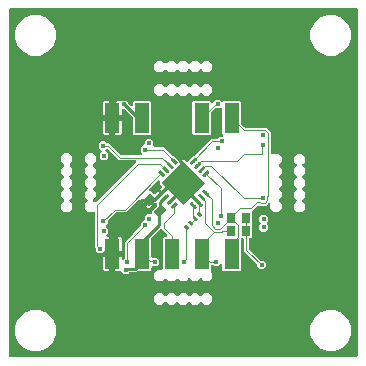
<source format=gbr>
G04 EAGLE Gerber X2 export*
%TF.Part,Single*%
%TF.FileFunction,Copper,L4,Bot,Mixed*%
%TF.FilePolarity,Positive*%
%TF.GenerationSoftware,Autodesk,EAGLE,9.0.1*%
%TF.CreationDate,2018-12-20T16:05:16Z*%
G75*
%MOMM*%
%FSLAX34Y34*%
%LPD*%
%AMOC8*
5,1,8,0,0,1.08239X$1,22.5*%
G01*
%ADD10C,0.062500*%
%ADD11R,2.600000X2.600000*%
%ADD12R,0.700000X0.900000*%
%ADD13C,0.450000*%
%ADD14R,1.270000X2.540000*%
%ADD15R,0.280000X0.430000*%
%ADD16C,0.125000*%
%ADD17C,0.250000*%
%ADD18C,0.400000*%

G36*
X146589Y-147697D02*
X146589Y-147697D01*
X146714Y-147688D01*
X146745Y-147677D01*
X146777Y-147673D01*
X146894Y-147627D01*
X147013Y-147586D01*
X147040Y-147568D01*
X147070Y-147556D01*
X147171Y-147482D01*
X147277Y-147413D01*
X147298Y-147389D01*
X147324Y-147370D01*
X147404Y-147272D01*
X147488Y-147179D01*
X147503Y-147150D01*
X147524Y-147125D01*
X147577Y-147011D01*
X147635Y-146900D01*
X147639Y-146874D01*
X147656Y-146839D01*
X147712Y-146528D01*
X147709Y-146489D01*
X147713Y-146464D01*
X147713Y146464D01*
X147697Y146589D01*
X147688Y146714D01*
X147677Y146745D01*
X147673Y146777D01*
X147627Y146894D01*
X147586Y147013D01*
X147568Y147040D01*
X147556Y147070D01*
X147482Y147171D01*
X147413Y147277D01*
X147389Y147298D01*
X147370Y147324D01*
X147272Y147404D01*
X147179Y147488D01*
X147150Y147503D01*
X147125Y147524D01*
X147011Y147577D01*
X146900Y147635D01*
X146874Y147639D01*
X146839Y147656D01*
X146528Y147712D01*
X146489Y147709D01*
X146464Y147713D01*
X-146464Y147713D01*
X-146589Y147697D01*
X-146714Y147688D01*
X-146745Y147677D01*
X-146777Y147673D01*
X-146894Y147627D01*
X-147013Y147586D01*
X-147040Y147568D01*
X-147070Y147556D01*
X-147171Y147482D01*
X-147277Y147413D01*
X-147298Y147389D01*
X-147324Y147370D01*
X-147404Y147272D01*
X-147488Y147179D01*
X-147503Y147150D01*
X-147524Y147125D01*
X-147577Y147011D01*
X-147635Y146900D01*
X-147639Y146874D01*
X-147656Y146839D01*
X-147712Y146528D01*
X-147709Y146489D01*
X-147713Y146464D01*
X-147713Y-146464D01*
X-147697Y-146589D01*
X-147688Y-146714D01*
X-147677Y-146745D01*
X-147673Y-146777D01*
X-147627Y-146894D01*
X-147586Y-147013D01*
X-147568Y-147040D01*
X-147556Y-147070D01*
X-147482Y-147171D01*
X-147413Y-147277D01*
X-147389Y-147298D01*
X-147370Y-147324D01*
X-147272Y-147404D01*
X-147179Y-147488D01*
X-147150Y-147503D01*
X-147125Y-147524D01*
X-147011Y-147577D01*
X-146900Y-147635D01*
X-146874Y-147639D01*
X-146839Y-147656D01*
X-146528Y-147712D01*
X-146489Y-147709D01*
X-146464Y-147713D01*
X146464Y-147713D01*
X146589Y-147697D01*
G37*
%LPC*%
G36*
X-21983Y-83287D02*
X-21983Y-83287D01*
X-24787Y-80483D01*
X-24787Y-76517D01*
X-21983Y-73713D01*
X-18600Y-73713D01*
X-18475Y-73697D01*
X-18350Y-73688D01*
X-18319Y-73677D01*
X-18287Y-73673D01*
X-18170Y-73627D01*
X-18051Y-73586D01*
X-18024Y-73568D01*
X-17994Y-73556D01*
X-17893Y-73482D01*
X-17787Y-73413D01*
X-17766Y-73389D01*
X-17740Y-73370D01*
X-17660Y-73272D01*
X-17576Y-73179D01*
X-17561Y-73150D01*
X-17540Y-73125D01*
X-17487Y-73011D01*
X-17429Y-72900D01*
X-17425Y-72874D01*
X-17408Y-72839D01*
X-17352Y-72528D01*
X-17355Y-72489D01*
X-17351Y-72464D01*
X-17351Y-46878D01*
X-16472Y-45999D01*
X-14521Y-45999D01*
X-14381Y-45981D01*
X-14240Y-45967D01*
X-14224Y-45961D01*
X-14208Y-45959D01*
X-14077Y-45907D01*
X-13944Y-45858D01*
X-13930Y-45848D01*
X-13915Y-45842D01*
X-13801Y-45758D01*
X-13685Y-45678D01*
X-13674Y-45665D01*
X-13661Y-45656D01*
X-13571Y-45546D01*
X-13479Y-45438D01*
X-13472Y-45424D01*
X-13461Y-45411D01*
X-13402Y-45282D01*
X-13340Y-45155D01*
X-13336Y-45139D01*
X-13330Y-45125D01*
X-13304Y-44985D01*
X-13276Y-44846D01*
X-13277Y-44830D01*
X-13274Y-44814D01*
X-13284Y-44673D01*
X-13291Y-44531D01*
X-13296Y-44516D01*
X-13297Y-44500D01*
X-13343Y-44365D01*
X-13385Y-44230D01*
X-13393Y-44219D01*
X-13399Y-44201D01*
X-13572Y-43937D01*
X-13617Y-43897D01*
X-13638Y-43867D01*
X-18274Y-39231D01*
X-18373Y-39154D01*
X-18469Y-39072D01*
X-18498Y-39057D01*
X-18523Y-39038D01*
X-18639Y-38988D01*
X-18752Y-38932D01*
X-18784Y-38926D01*
X-18813Y-38913D01*
X-18938Y-38894D01*
X-19061Y-38869D01*
X-19093Y-38870D01*
X-19125Y-38865D01*
X-19250Y-38878D01*
X-19376Y-38884D01*
X-19407Y-38894D01*
X-19439Y-38897D01*
X-19557Y-38941D01*
X-19677Y-38978D01*
X-19698Y-38993D01*
X-19735Y-39006D01*
X-19994Y-39186D01*
X-20019Y-39216D01*
X-20041Y-39231D01*
X-26483Y-45674D01*
X-26551Y-45760D01*
X-26624Y-45842D01*
X-26647Y-45885D01*
X-26677Y-45923D01*
X-26720Y-46024D01*
X-26771Y-46121D01*
X-26778Y-46158D01*
X-26801Y-46213D01*
X-26849Y-46525D01*
X-26847Y-46544D01*
X-26849Y-46557D01*
X-26849Y-62457D01*
X-26833Y-62582D01*
X-26824Y-62708D01*
X-26813Y-62738D01*
X-26809Y-62770D01*
X-26763Y-62887D01*
X-26722Y-63006D01*
X-26704Y-63033D01*
X-26692Y-63063D01*
X-26618Y-63165D01*
X-26549Y-63270D01*
X-26525Y-63292D01*
X-26506Y-63318D01*
X-26408Y-63397D01*
X-26315Y-63482D01*
X-26286Y-63497D01*
X-26261Y-63517D01*
X-26147Y-63570D01*
X-26036Y-63628D01*
X-26010Y-63633D01*
X-25975Y-63649D01*
X-25664Y-63705D01*
X-25625Y-63702D01*
X-25600Y-63707D01*
X-22525Y-63707D01*
X-20474Y-65757D01*
X-20474Y-68657D01*
X-22525Y-70708D01*
X-25600Y-70708D01*
X-25725Y-70724D01*
X-25850Y-70733D01*
X-25881Y-70744D01*
X-25913Y-70748D01*
X-26030Y-70794D01*
X-26149Y-70835D01*
X-26176Y-70853D01*
X-26206Y-70865D01*
X-26307Y-70939D01*
X-26413Y-71008D01*
X-26434Y-71032D01*
X-26460Y-71051D01*
X-26540Y-71149D01*
X-26624Y-71242D01*
X-26639Y-71271D01*
X-26660Y-71296D01*
X-26713Y-71410D01*
X-26771Y-71522D01*
X-26775Y-71547D01*
X-26792Y-71582D01*
X-26848Y-71893D01*
X-26845Y-71932D01*
X-26849Y-71957D01*
X-26849Y-73522D01*
X-27728Y-74401D01*
X-37793Y-74401D01*
X-37902Y-74415D01*
X-38012Y-74420D01*
X-38058Y-74434D01*
X-38106Y-74441D01*
X-38208Y-74481D01*
X-38313Y-74514D01*
X-38344Y-74536D01*
X-38399Y-74558D01*
X-38654Y-74744D01*
X-38666Y-74759D01*
X-38677Y-74767D01*
X-39561Y-75651D01*
X-44882Y-75651D01*
X-44991Y-75665D01*
X-45101Y-75670D01*
X-45148Y-75684D01*
X-45195Y-75691D01*
X-45298Y-75731D01*
X-45402Y-75764D01*
X-45433Y-75786D01*
X-45488Y-75808D01*
X-45743Y-75994D01*
X-45755Y-76009D01*
X-45766Y-76017D01*
X-46950Y-77201D01*
X-49850Y-77201D01*
X-52238Y-74813D01*
X-52244Y-74804D01*
X-52257Y-74794D01*
X-52267Y-74784D01*
X-52310Y-74751D01*
X-52346Y-74721D01*
X-52444Y-74634D01*
X-52468Y-74622D01*
X-52489Y-74605D01*
X-52512Y-74594D01*
X-52516Y-74591D01*
X-52553Y-74575D01*
X-52608Y-74550D01*
X-52725Y-74490D01*
X-52751Y-74484D01*
X-52775Y-74473D01*
X-52803Y-74468D01*
X-52806Y-74467D01*
X-52838Y-74462D01*
X-52905Y-74450D01*
X-53033Y-74421D01*
X-53054Y-74423D01*
X-53086Y-74417D01*
X-53114Y-74419D01*
X-53118Y-74419D01*
X-53148Y-74422D01*
X-53188Y-74425D01*
X-57401Y-74425D01*
X-57401Y-62699D01*
X-52025Y-62699D01*
X-52025Y-63859D01*
X-52007Y-63999D01*
X-51993Y-64140D01*
X-51987Y-64156D01*
X-51985Y-64172D01*
X-51933Y-64303D01*
X-51884Y-64436D01*
X-51874Y-64449D01*
X-51868Y-64465D01*
X-51784Y-64579D01*
X-51704Y-64695D01*
X-51691Y-64706D01*
X-51682Y-64719D01*
X-51572Y-64809D01*
X-51464Y-64901D01*
X-51450Y-64908D01*
X-51437Y-64918D01*
X-51308Y-64978D01*
X-51181Y-65040D01*
X-51165Y-65043D01*
X-51151Y-65050D01*
X-51011Y-65075D01*
X-50872Y-65104D01*
X-50856Y-65103D01*
X-50840Y-65106D01*
X-50699Y-65095D01*
X-50557Y-65088D01*
X-50542Y-65084D01*
X-50526Y-65082D01*
X-50391Y-65037D01*
X-50256Y-64994D01*
X-50245Y-64987D01*
X-50227Y-64981D01*
X-49963Y-64807D01*
X-49923Y-64763D01*
X-49893Y-64742D01*
X-49792Y-64641D01*
X-49724Y-64554D01*
X-49651Y-64472D01*
X-49628Y-64430D01*
X-49598Y-64391D01*
X-49555Y-64290D01*
X-49504Y-64193D01*
X-49497Y-64156D01*
X-49474Y-64101D01*
X-49426Y-63790D01*
X-49428Y-63771D01*
X-49426Y-63758D01*
X-49426Y-49864D01*
X-42793Y-43231D01*
X-42764Y-43230D01*
X-42718Y-43216D01*
X-42670Y-43209D01*
X-42568Y-43169D01*
X-42463Y-43136D01*
X-42432Y-43115D01*
X-42377Y-43092D01*
X-42123Y-42906D01*
X-42110Y-42891D01*
X-42100Y-42883D01*
X-36207Y-36990D01*
X-36139Y-36904D01*
X-36066Y-36822D01*
X-36043Y-36779D01*
X-36013Y-36741D01*
X-35970Y-36640D01*
X-35919Y-36543D01*
X-35912Y-36506D01*
X-35889Y-36451D01*
X-35841Y-36139D01*
X-35843Y-36120D01*
X-35841Y-36107D01*
X-35841Y-34326D01*
X-33582Y-32067D01*
X-33520Y-32043D01*
X-33401Y-32002D01*
X-33374Y-31984D01*
X-33344Y-31972D01*
X-33243Y-31898D01*
X-33137Y-31829D01*
X-33116Y-31805D01*
X-33090Y-31786D01*
X-33010Y-31688D01*
X-32926Y-31595D01*
X-32911Y-31566D01*
X-32890Y-31541D01*
X-32837Y-31427D01*
X-32779Y-31316D01*
X-32775Y-31290D01*
X-32758Y-31255D01*
X-32702Y-30944D01*
X-32705Y-30905D01*
X-32701Y-30880D01*
X-32701Y-28846D01*
X-30504Y-26649D01*
X-27811Y-26649D01*
X-27686Y-26633D01*
X-27560Y-26624D01*
X-27530Y-26613D01*
X-27498Y-26609D01*
X-27381Y-26563D01*
X-27262Y-26522D01*
X-27235Y-26504D01*
X-27205Y-26492D01*
X-27103Y-26418D01*
X-26998Y-26349D01*
X-26976Y-26325D01*
X-26950Y-26306D01*
X-26871Y-26208D01*
X-26786Y-26115D01*
X-26771Y-26086D01*
X-26751Y-26061D01*
X-26698Y-25947D01*
X-26640Y-25836D01*
X-26635Y-25810D01*
X-26619Y-25775D01*
X-26563Y-25464D01*
X-26566Y-25425D01*
X-26561Y-25400D01*
X-26561Y-23682D01*
X-22520Y-19641D01*
X-22453Y-19554D01*
X-22379Y-19472D01*
X-22357Y-19429D01*
X-22327Y-19391D01*
X-22284Y-19290D01*
X-22233Y-19193D01*
X-22226Y-19156D01*
X-22203Y-19101D01*
X-22155Y-18789D01*
X-22157Y-18770D01*
X-22155Y-18757D01*
X-22155Y-18084D01*
X-22172Y-17944D01*
X-22187Y-17802D01*
X-22192Y-17787D01*
X-22194Y-17771D01*
X-22247Y-17639D01*
X-22296Y-17506D01*
X-22305Y-17493D01*
X-22311Y-17478D01*
X-22395Y-17363D01*
X-22476Y-17247D01*
X-22488Y-17237D01*
X-22498Y-17224D01*
X-22608Y-17134D01*
X-22715Y-17042D01*
X-22730Y-17034D01*
X-22742Y-17024D01*
X-22872Y-16965D01*
X-22999Y-16902D01*
X-23014Y-16899D01*
X-23029Y-16892D01*
X-23169Y-16867D01*
X-23307Y-16839D01*
X-23324Y-16839D01*
X-23340Y-16836D01*
X-23481Y-16847D01*
X-23623Y-16854D01*
X-23638Y-16859D01*
X-23654Y-16860D01*
X-23663Y-16863D01*
X-27006Y-13521D01*
X-27105Y-13443D01*
X-27201Y-13361D01*
X-27229Y-13347D01*
X-27255Y-13327D01*
X-27371Y-13278D01*
X-27484Y-13222D01*
X-27515Y-13216D01*
X-27545Y-13203D01*
X-27670Y-13184D01*
X-27793Y-13158D01*
X-27825Y-13160D01*
X-27857Y-13155D01*
X-27982Y-13168D01*
X-28108Y-13174D01*
X-28139Y-13184D01*
X-28171Y-13187D01*
X-28289Y-13230D01*
X-28409Y-13268D01*
X-28430Y-13283D01*
X-28467Y-13296D01*
X-28591Y-13382D01*
X-28615Y-13361D01*
X-28644Y-13347D01*
X-28670Y-13327D01*
X-28786Y-13278D01*
X-28898Y-13222D01*
X-28930Y-13216D01*
X-28960Y-13203D01*
X-29084Y-13184D01*
X-29207Y-13158D01*
X-29239Y-13160D01*
X-29271Y-13155D01*
X-29397Y-13168D01*
X-29522Y-13174D01*
X-29553Y-13184D01*
X-29585Y-13187D01*
X-29703Y-13231D01*
X-29823Y-13268D01*
X-29845Y-13283D01*
X-29881Y-13296D01*
X-30140Y-13476D01*
X-30166Y-13506D01*
X-30187Y-13521D01*
X-34093Y-17427D01*
X-35473Y-16047D01*
X-35674Y-15699D01*
X-35778Y-15312D01*
X-35778Y-15230D01*
X-35796Y-15090D01*
X-35810Y-14948D01*
X-35816Y-14933D01*
X-35818Y-14917D01*
X-35870Y-14785D01*
X-35919Y-14652D01*
X-35929Y-14639D01*
X-35935Y-14624D01*
X-36019Y-14509D01*
X-36099Y-14393D01*
X-36112Y-14383D01*
X-36121Y-14370D01*
X-36231Y-14280D01*
X-36339Y-14187D01*
X-36353Y-14180D01*
X-36366Y-14170D01*
X-36495Y-14111D01*
X-36622Y-14048D01*
X-36638Y-14045D01*
X-36652Y-14038D01*
X-36792Y-14013D01*
X-36931Y-13984D01*
X-36947Y-13985D01*
X-36963Y-13982D01*
X-37104Y-13993D01*
X-37246Y-14000D01*
X-37261Y-14005D01*
X-37277Y-14006D01*
X-37412Y-14052D01*
X-37547Y-14094D01*
X-37558Y-14102D01*
X-37576Y-14108D01*
X-37840Y-14281D01*
X-37880Y-14325D01*
X-37910Y-14347D01*
X-48604Y-25041D01*
X-56617Y-25041D01*
X-56726Y-25055D01*
X-56836Y-25060D01*
X-56882Y-25074D01*
X-56930Y-25081D01*
X-57032Y-25121D01*
X-57137Y-25154D01*
X-57168Y-25175D01*
X-57223Y-25198D01*
X-57477Y-25384D01*
X-57489Y-25399D01*
X-57500Y-25407D01*
X-63383Y-31290D01*
X-63451Y-31376D01*
X-63524Y-31458D01*
X-63547Y-31501D01*
X-63577Y-31539D01*
X-63620Y-31640D01*
X-63671Y-31737D01*
X-63678Y-31774D01*
X-63701Y-31829D01*
X-63749Y-32141D01*
X-63747Y-32160D01*
X-63749Y-32173D01*
X-63749Y-33954D01*
X-65447Y-35652D01*
X-65524Y-35751D01*
X-65606Y-35847D01*
X-65615Y-35864D01*
X-65619Y-35869D01*
X-65624Y-35880D01*
X-65640Y-35901D01*
X-65690Y-36017D01*
X-65746Y-36130D01*
X-65752Y-36161D01*
X-65765Y-36191D01*
X-65784Y-36316D01*
X-65809Y-36439D01*
X-65808Y-36471D01*
X-65813Y-36503D01*
X-65800Y-36628D01*
X-65794Y-36754D01*
X-65784Y-36785D01*
X-65781Y-36817D01*
X-65737Y-36935D01*
X-65700Y-37055D01*
X-65685Y-37076D01*
X-65672Y-37113D01*
X-65492Y-37372D01*
X-65462Y-37397D01*
X-65447Y-37418D01*
X-63409Y-39456D01*
X-63409Y-42564D01*
X-64688Y-43843D01*
X-64775Y-43955D01*
X-64865Y-44065D01*
X-64872Y-44079D01*
X-64881Y-44092D01*
X-64937Y-44222D01*
X-64997Y-44351D01*
X-65000Y-44367D01*
X-65006Y-44382D01*
X-65028Y-44523D01*
X-65053Y-44662D01*
X-65051Y-44678D01*
X-65054Y-44694D01*
X-65040Y-44835D01*
X-65029Y-44976D01*
X-65024Y-44992D01*
X-65022Y-45008D01*
X-64973Y-45140D01*
X-64927Y-45275D01*
X-64918Y-45289D01*
X-64913Y-45304D01*
X-64832Y-45419D01*
X-64754Y-45539D01*
X-64742Y-45550D01*
X-64733Y-45563D01*
X-64626Y-45655D01*
X-64520Y-45750D01*
X-64506Y-45758D01*
X-64493Y-45768D01*
X-64366Y-45831D01*
X-64240Y-45897D01*
X-64228Y-45899D01*
X-64210Y-45908D01*
X-63901Y-45972D01*
X-63842Y-45969D01*
X-63805Y-45975D01*
X-62399Y-45975D01*
X-62399Y-57701D01*
X-66333Y-57701D01*
X-66442Y-57715D01*
X-66551Y-57720D01*
X-66598Y-57735D01*
X-66646Y-57741D01*
X-66748Y-57781D01*
X-66853Y-57814D01*
X-66883Y-57836D01*
X-66939Y-57858D01*
X-67193Y-58044D01*
X-67205Y-58059D01*
X-67216Y-58067D01*
X-68850Y-59701D01*
X-71750Y-59701D01*
X-73801Y-57650D01*
X-73801Y-56223D01*
X-73815Y-56114D01*
X-73820Y-56004D01*
X-73834Y-55958D01*
X-73841Y-55910D01*
X-73881Y-55808D01*
X-73914Y-55703D01*
X-73936Y-55672D01*
X-73958Y-55617D01*
X-74144Y-55363D01*
X-74159Y-55350D01*
X-74167Y-55340D01*
X-74726Y-54781D01*
X-74726Y-25811D01*
X-74744Y-25671D01*
X-74758Y-25529D01*
X-74764Y-25514D01*
X-74766Y-25498D01*
X-74818Y-25367D01*
X-74867Y-25233D01*
X-74877Y-25220D01*
X-74883Y-25205D01*
X-74967Y-25091D01*
X-75047Y-24974D01*
X-75060Y-24964D01*
X-75069Y-24951D01*
X-75179Y-24861D01*
X-75287Y-24769D01*
X-75301Y-24761D01*
X-75314Y-24751D01*
X-75443Y-24692D01*
X-75570Y-24629D01*
X-75586Y-24626D01*
X-75600Y-24619D01*
X-75740Y-24594D01*
X-75879Y-24566D01*
X-75895Y-24566D01*
X-75911Y-24564D01*
X-76053Y-24574D01*
X-76194Y-24581D01*
X-76209Y-24586D01*
X-76225Y-24587D01*
X-76360Y-24633D01*
X-76495Y-24675D01*
X-76506Y-24683D01*
X-76517Y-24687D01*
X-80583Y-24687D01*
X-83387Y-21883D01*
X-83387Y-17917D01*
X-81253Y-15783D01*
X-81176Y-15684D01*
X-81094Y-15588D01*
X-81079Y-15559D01*
X-81060Y-15534D01*
X-81010Y-15418D01*
X-80954Y-15305D01*
X-80948Y-15274D01*
X-80935Y-15244D01*
X-80916Y-15119D01*
X-80891Y-14996D01*
X-80892Y-14964D01*
X-80887Y-14932D01*
X-80900Y-14807D01*
X-80906Y-14681D01*
X-80916Y-14650D01*
X-80919Y-14618D01*
X-80963Y-14500D01*
X-81000Y-14380D01*
X-81015Y-14359D01*
X-81029Y-14322D01*
X-81209Y-14063D01*
X-81238Y-14038D01*
X-81253Y-14017D01*
X-83387Y-11883D01*
X-83387Y-7917D01*
X-81253Y-5783D01*
X-81176Y-5684D01*
X-81094Y-5588D01*
X-81079Y-5559D01*
X-81060Y-5534D01*
X-81010Y-5418D01*
X-80954Y-5305D01*
X-80948Y-5274D01*
X-80935Y-5244D01*
X-80916Y-5119D01*
X-80891Y-4996D01*
X-80892Y-4964D01*
X-80887Y-4932D01*
X-80900Y-4807D01*
X-80906Y-4681D01*
X-80916Y-4650D01*
X-80919Y-4618D01*
X-80963Y-4500D01*
X-81000Y-4380D01*
X-81015Y-4359D01*
X-81029Y-4322D01*
X-81209Y-4063D01*
X-81238Y-4038D01*
X-81253Y-4017D01*
X-83387Y-1883D01*
X-83387Y2083D01*
X-81253Y4217D01*
X-81176Y4316D01*
X-81094Y4412D01*
X-81079Y4441D01*
X-81060Y4466D01*
X-81010Y4582D01*
X-80954Y4695D01*
X-80948Y4726D01*
X-80935Y4756D01*
X-80916Y4881D01*
X-80891Y5004D01*
X-80892Y5036D01*
X-80887Y5068D01*
X-80900Y5193D01*
X-80906Y5319D01*
X-80916Y5350D01*
X-80919Y5382D01*
X-80963Y5500D01*
X-81000Y5620D01*
X-81015Y5641D01*
X-81029Y5678D01*
X-81209Y5937D01*
X-81238Y5962D01*
X-81253Y5983D01*
X-83387Y8117D01*
X-83387Y12083D01*
X-81253Y14217D01*
X-81176Y14316D01*
X-81094Y14412D01*
X-81079Y14441D01*
X-81060Y14466D01*
X-81010Y14582D01*
X-80954Y14695D01*
X-80948Y14726D01*
X-80935Y14756D01*
X-80916Y14881D01*
X-80891Y15004D01*
X-80892Y15036D01*
X-80887Y15068D01*
X-80900Y15193D01*
X-80906Y15319D01*
X-80916Y15350D01*
X-80919Y15382D01*
X-80963Y15500D01*
X-81000Y15620D01*
X-81015Y15641D01*
X-81029Y15678D01*
X-81209Y15937D01*
X-81238Y15962D01*
X-81253Y15983D01*
X-83387Y18117D01*
X-83387Y22083D01*
X-80583Y24887D01*
X-76617Y24887D01*
X-73813Y22083D01*
X-73813Y18117D01*
X-75947Y15983D01*
X-76024Y15884D01*
X-76106Y15788D01*
X-76121Y15759D01*
X-76140Y15734D01*
X-76190Y15618D01*
X-76246Y15505D01*
X-76252Y15474D01*
X-76265Y15444D01*
X-76284Y15319D01*
X-76309Y15196D01*
X-76308Y15164D01*
X-76313Y15132D01*
X-76300Y15007D01*
X-76294Y14881D01*
X-76284Y14850D01*
X-76281Y14818D01*
X-76237Y14700D01*
X-76200Y14580D01*
X-76185Y14559D01*
X-76171Y14522D01*
X-75991Y14263D01*
X-75962Y14238D01*
X-75947Y14217D01*
X-73813Y12083D01*
X-73813Y8117D01*
X-75947Y5983D01*
X-76024Y5884D01*
X-76106Y5788D01*
X-76121Y5759D01*
X-76140Y5734D01*
X-76190Y5618D01*
X-76246Y5505D01*
X-76252Y5474D01*
X-76265Y5444D01*
X-76284Y5319D01*
X-76309Y5196D01*
X-76308Y5164D01*
X-76313Y5132D01*
X-76300Y5007D01*
X-76294Y4881D01*
X-76284Y4850D01*
X-76281Y4818D01*
X-76237Y4700D01*
X-76200Y4580D01*
X-76185Y4559D01*
X-76171Y4522D01*
X-75991Y4263D01*
X-75962Y4238D01*
X-75947Y4217D01*
X-73813Y2083D01*
X-73813Y-1883D01*
X-75947Y-4017D01*
X-76024Y-4116D01*
X-76106Y-4212D01*
X-76121Y-4241D01*
X-76140Y-4266D01*
X-76190Y-4382D01*
X-76246Y-4495D01*
X-76252Y-4526D01*
X-76265Y-4556D01*
X-76284Y-4681D01*
X-76309Y-4804D01*
X-76308Y-4836D01*
X-76313Y-4868D01*
X-76300Y-4993D01*
X-76294Y-5119D01*
X-76284Y-5150D01*
X-76281Y-5182D01*
X-76237Y-5300D01*
X-76200Y-5420D01*
X-76185Y-5441D01*
X-76171Y-5478D01*
X-75991Y-5737D01*
X-75962Y-5762D01*
X-75947Y-5783D01*
X-73813Y-7917D01*
X-73813Y-11883D01*
X-75947Y-14017D01*
X-76024Y-14116D01*
X-76106Y-14212D01*
X-76121Y-14241D01*
X-76140Y-14266D01*
X-76190Y-14382D01*
X-76246Y-14495D01*
X-76252Y-14526D01*
X-76265Y-14556D01*
X-76284Y-14681D01*
X-76309Y-14804D01*
X-76308Y-14836D01*
X-76313Y-14868D01*
X-76300Y-14993D01*
X-76294Y-15119D01*
X-76284Y-15150D01*
X-76281Y-15182D01*
X-76237Y-15300D01*
X-76200Y-15420D01*
X-76185Y-15441D01*
X-76171Y-15478D01*
X-75991Y-15737D01*
X-75962Y-15762D01*
X-75947Y-15783D01*
X-75352Y-16379D01*
X-75252Y-16456D01*
X-75157Y-16538D01*
X-75128Y-16552D01*
X-75102Y-16572D01*
X-74986Y-16622D01*
X-74874Y-16677D01*
X-74842Y-16684D01*
X-74812Y-16696D01*
X-74688Y-16716D01*
X-74565Y-16741D01*
X-74532Y-16739D01*
X-74501Y-16744D01*
X-74375Y-16732D01*
X-74250Y-16725D01*
X-74219Y-16716D01*
X-74187Y-16713D01*
X-74068Y-16669D01*
X-73948Y-16631D01*
X-73927Y-16617D01*
X-73891Y-16603D01*
X-73632Y-16423D01*
X-73606Y-16394D01*
X-73585Y-16379D01*
X-40065Y17142D01*
X-39978Y17254D01*
X-39888Y17364D01*
X-39881Y17378D01*
X-39871Y17391D01*
X-39815Y17522D01*
X-39756Y17650D01*
X-39753Y17666D01*
X-39747Y17681D01*
X-39725Y17822D01*
X-39700Y17961D01*
X-39702Y17977D01*
X-39699Y17993D01*
X-39713Y18134D01*
X-39724Y18275D01*
X-39729Y18291D01*
X-39731Y18307D01*
X-39780Y18440D01*
X-39826Y18574D01*
X-39835Y18588D01*
X-39840Y18603D01*
X-39921Y18719D01*
X-39999Y18838D01*
X-40011Y18849D01*
X-40020Y18862D01*
X-40127Y18954D01*
X-40233Y19049D01*
X-40247Y19057D01*
X-40260Y19067D01*
X-40387Y19130D01*
X-40512Y19196D01*
X-40525Y19198D01*
X-40543Y19207D01*
X-40852Y19271D01*
X-40911Y19268D01*
X-40948Y19274D01*
X-54281Y19274D01*
X-63518Y28511D01*
X-63617Y28588D01*
X-63713Y28671D01*
X-63742Y28685D01*
X-63767Y28705D01*
X-63883Y28754D01*
X-63996Y28810D01*
X-64027Y28816D01*
X-64057Y28829D01*
X-64182Y28848D01*
X-64305Y28874D01*
X-64337Y28872D01*
X-64369Y28877D01*
X-64494Y28864D01*
X-64620Y28858D01*
X-64651Y28848D01*
X-64683Y28845D01*
X-64801Y28801D01*
X-64921Y28764D01*
X-64942Y28749D01*
X-64979Y28736D01*
X-65238Y28556D01*
X-65263Y28526D01*
X-65284Y28511D01*
X-65497Y28298D01*
X-65574Y28199D01*
X-65656Y28103D01*
X-65671Y28074D01*
X-65690Y28049D01*
X-65740Y27933D01*
X-65796Y27820D01*
X-65802Y27789D01*
X-65815Y27759D01*
X-65834Y27634D01*
X-65859Y27511D01*
X-65858Y27479D01*
X-65863Y27447D01*
X-65850Y27322D01*
X-65844Y27196D01*
X-65834Y27165D01*
X-65831Y27133D01*
X-65787Y27015D01*
X-65750Y26895D01*
X-65735Y26874D01*
X-65722Y26837D01*
X-65541Y26578D01*
X-65512Y26553D01*
X-65497Y26532D01*
X-63309Y24344D01*
X-63309Y21236D01*
X-65506Y19039D01*
X-68614Y19039D01*
X-70811Y21236D01*
X-70811Y24344D01*
X-69363Y25792D01*
X-69286Y25891D01*
X-69204Y25987D01*
X-69189Y26016D01*
X-69170Y26041D01*
X-69120Y26157D01*
X-69064Y26270D01*
X-69058Y26301D01*
X-69045Y26331D01*
X-69026Y26456D01*
X-69001Y26579D01*
X-69002Y26611D01*
X-68997Y26643D01*
X-69010Y26768D01*
X-69016Y26894D01*
X-69026Y26925D01*
X-69029Y26957D01*
X-69073Y27075D01*
X-69110Y27195D01*
X-69125Y27216D01*
X-69138Y27253D01*
X-69318Y27512D01*
X-69348Y27537D01*
X-69363Y27558D01*
X-71551Y29746D01*
X-71551Y32854D01*
X-69354Y35051D01*
X-66246Y35051D01*
X-64987Y33792D01*
X-64901Y33724D01*
X-64819Y33651D01*
X-64776Y33628D01*
X-64738Y33599D01*
X-64637Y33555D01*
X-64539Y33504D01*
X-64503Y33497D01*
X-64448Y33474D01*
X-64136Y33426D01*
X-64117Y33428D01*
X-64104Y33426D01*
X-62419Y33426D01*
X-52885Y23892D01*
X-52799Y23824D01*
X-52717Y23751D01*
X-52674Y23728D01*
X-52636Y23698D01*
X-52535Y23655D01*
X-52438Y23604D01*
X-52401Y23597D01*
X-52346Y23574D01*
X-52034Y23526D01*
X-52015Y23528D01*
X-52002Y23526D01*
X-36116Y23526D01*
X-35976Y23544D01*
X-35834Y23558D01*
X-35819Y23564D01*
X-35803Y23566D01*
X-35672Y23618D01*
X-35538Y23667D01*
X-35525Y23677D01*
X-35510Y23683D01*
X-35396Y23766D01*
X-35279Y23847D01*
X-35269Y23860D01*
X-35256Y23869D01*
X-35166Y23979D01*
X-35074Y24087D01*
X-35066Y24101D01*
X-35056Y24114D01*
X-34997Y24243D01*
X-34934Y24370D01*
X-34931Y24386D01*
X-34924Y24400D01*
X-34899Y24540D01*
X-34870Y24679D01*
X-34871Y24695D01*
X-34868Y24711D01*
X-34879Y24852D01*
X-34886Y24994D01*
X-34891Y25009D01*
X-34892Y25025D01*
X-34938Y25160D01*
X-34980Y25295D01*
X-34988Y25306D01*
X-34994Y25324D01*
X-35167Y25588D01*
X-35211Y25628D01*
X-35233Y25658D01*
X-36041Y26466D01*
X-36041Y29574D01*
X-33828Y31786D01*
X-33825Y31787D01*
X-33700Y31796D01*
X-33669Y31807D01*
X-33637Y31811D01*
X-33520Y31857D01*
X-33401Y31898D01*
X-33374Y31916D01*
X-33344Y31928D01*
X-33243Y32002D01*
X-33137Y32071D01*
X-33116Y32095D01*
X-33090Y32114D01*
X-33010Y32212D01*
X-32926Y32305D01*
X-32911Y32334D01*
X-32890Y32359D01*
X-32837Y32473D01*
X-32779Y32584D01*
X-32775Y32610D01*
X-32758Y32645D01*
X-32702Y32956D01*
X-32705Y32995D01*
X-32701Y33020D01*
X-32701Y34954D01*
X-30504Y37151D01*
X-27396Y37151D01*
X-25199Y34954D01*
X-25199Y31395D01*
X-25183Y31270D01*
X-25174Y31145D01*
X-25163Y31114D01*
X-25159Y31082D01*
X-25113Y30965D01*
X-25072Y30846D01*
X-25054Y30819D01*
X-25042Y30789D01*
X-24968Y30688D01*
X-24899Y30582D01*
X-24875Y30561D01*
X-24856Y30535D01*
X-24758Y30455D01*
X-24665Y30371D01*
X-24636Y30356D01*
X-24611Y30335D01*
X-24497Y30282D01*
X-24386Y30224D01*
X-24360Y30220D01*
X-24325Y30203D01*
X-24014Y30147D01*
X-23975Y30150D01*
X-23950Y30146D01*
X-16633Y30146D01*
X-9768Y23281D01*
X-9681Y23214D01*
X-9599Y23140D01*
X-9557Y23117D01*
X-9518Y23088D01*
X-9417Y23044D01*
X-9320Y22993D01*
X-9283Y22987D01*
X-9228Y22963D01*
X-8917Y22915D01*
X-8897Y22917D01*
X-8884Y22915D01*
X-8518Y22915D01*
X-3805Y18202D01*
X-3706Y18125D01*
X-3611Y18043D01*
X-3582Y18029D01*
X-3556Y18009D01*
X-3440Y17959D01*
X-3327Y17904D01*
X-3296Y17897D01*
X-3266Y17885D01*
X-3141Y17865D01*
X-3018Y17840D01*
X-2986Y17842D01*
X-2954Y17837D01*
X-2829Y17849D01*
X-2703Y17856D01*
X-2672Y17865D01*
X-2640Y17869D01*
X-2522Y17912D01*
X-2402Y17950D01*
X-2381Y17964D01*
X-2344Y17978D01*
X-2085Y18158D01*
X-2060Y18187D01*
X-2039Y18202D01*
X-836Y19405D01*
X-488Y19606D01*
X-101Y19709D01*
X301Y19709D01*
X688Y19606D01*
X1036Y19405D01*
X2239Y18202D01*
X2338Y18125D01*
X2434Y18043D01*
X2463Y18029D01*
X2488Y18009D01*
X2604Y17959D01*
X2717Y17904D01*
X2748Y17897D01*
X2778Y17885D01*
X2903Y17865D01*
X3026Y17840D01*
X3058Y17842D01*
X3090Y17837D01*
X3215Y17849D01*
X3341Y17856D01*
X3372Y17865D01*
X3404Y17869D01*
X3522Y17912D01*
X3642Y17950D01*
X3663Y17964D01*
X3700Y17978D01*
X3959Y18158D01*
X3984Y18187D01*
X4005Y18202D01*
X8718Y22915D01*
X9085Y22915D01*
X9194Y22929D01*
X9303Y22934D01*
X9350Y22949D01*
X9397Y22955D01*
X9500Y22995D01*
X9605Y23028D01*
X9635Y23050D01*
X9691Y23072D01*
X9945Y23258D01*
X9957Y23273D01*
X9968Y23281D01*
X22282Y35595D01*
X23893Y37206D01*
X28794Y37206D01*
X28903Y37220D01*
X29013Y37225D01*
X29059Y37239D01*
X29107Y37246D01*
X29209Y37286D01*
X29314Y37319D01*
X29345Y37341D01*
X29400Y37363D01*
X29654Y37549D01*
X29666Y37564D01*
X29677Y37572D01*
X30936Y38831D01*
X32881Y38831D01*
X33021Y38849D01*
X33163Y38863D01*
X33178Y38869D01*
X33194Y38871D01*
X33325Y38923D01*
X33459Y38972D01*
X33472Y38982D01*
X33487Y38988D01*
X33601Y39071D01*
X33718Y39152D01*
X33728Y39165D01*
X33741Y39174D01*
X33831Y39284D01*
X33923Y39392D01*
X33931Y39406D01*
X33941Y39419D01*
X34000Y39547D01*
X34063Y39675D01*
X34066Y39691D01*
X34073Y39705D01*
X34098Y39845D01*
X34127Y39984D01*
X34126Y40000D01*
X34129Y40016D01*
X34118Y40157D01*
X34111Y40299D01*
X34106Y40314D01*
X34105Y40330D01*
X34059Y40465D01*
X34017Y40600D01*
X34009Y40611D01*
X34003Y40629D01*
X33830Y40893D01*
X33786Y40933D01*
X33764Y40963D01*
X33049Y41678D01*
X33049Y62583D01*
X33031Y62723D01*
X33017Y62864D01*
X33011Y62880D01*
X33009Y62896D01*
X32957Y63027D01*
X32908Y63160D01*
X32898Y63173D01*
X32892Y63189D01*
X32808Y63304D01*
X32728Y63419D01*
X32715Y63430D01*
X32706Y63443D01*
X32595Y63533D01*
X32488Y63625D01*
X32474Y63632D01*
X32461Y63642D01*
X32332Y63702D01*
X32205Y63764D01*
X32190Y63767D01*
X32175Y63774D01*
X32035Y63799D01*
X31896Y63828D01*
X31880Y63827D01*
X31864Y63830D01*
X31723Y63820D01*
X31581Y63812D01*
X31566Y63808D01*
X31550Y63806D01*
X31415Y63761D01*
X31280Y63718D01*
X31269Y63711D01*
X31251Y63705D01*
X30987Y63531D01*
X30947Y63487D01*
X30917Y63466D01*
X30650Y63199D01*
X27423Y63199D01*
X27314Y63185D01*
X27204Y63180D01*
X27158Y63166D01*
X27110Y63159D01*
X27008Y63119D01*
X26903Y63086D01*
X26872Y63064D01*
X26817Y63042D01*
X26563Y62856D01*
X26550Y62841D01*
X26540Y62833D01*
X23917Y60210D01*
X23849Y60124D01*
X23776Y60042D01*
X23753Y59999D01*
X23723Y59961D01*
X23680Y59860D01*
X23629Y59763D01*
X23622Y59726D01*
X23599Y59671D01*
X23551Y59359D01*
X23553Y59340D01*
X23551Y59327D01*
X23551Y41678D01*
X22672Y40799D01*
X8728Y40799D01*
X7849Y41678D01*
X7849Y68322D01*
X8728Y69201D01*
X22672Y69201D01*
X23827Y68045D01*
X23927Y67968D01*
X24022Y67886D01*
X24051Y67872D01*
X24077Y67852D01*
X24193Y67802D01*
X24306Y67747D01*
X24337Y67740D01*
X24367Y67727D01*
X24491Y67708D01*
X24614Y67683D01*
X24647Y67684D01*
X24679Y67679D01*
X24804Y67692D01*
X24930Y67698D01*
X24960Y67708D01*
X24993Y67711D01*
X25111Y67755D01*
X25231Y67792D01*
X25252Y67807D01*
X25288Y67821D01*
X25548Y68001D01*
X25573Y68030D01*
X25594Y68045D01*
X27750Y70201D01*
X30650Y70201D01*
X31906Y68945D01*
X32006Y68868D01*
X32101Y68786D01*
X32130Y68772D01*
X32155Y68752D01*
X32271Y68702D01*
X32384Y68647D01*
X32416Y68640D01*
X32445Y68627D01*
X32570Y68608D01*
X32693Y68583D01*
X32725Y68584D01*
X32757Y68579D01*
X32882Y68592D01*
X33008Y68598D01*
X33039Y68608D01*
X33071Y68611D01*
X33189Y68655D01*
X33309Y68692D01*
X33330Y68707D01*
X33367Y68721D01*
X33626Y68901D01*
X33651Y68930D01*
X33673Y68945D01*
X33928Y69201D01*
X47872Y69201D01*
X48751Y68322D01*
X48751Y50673D01*
X48765Y50564D01*
X48770Y50454D01*
X48784Y50408D01*
X48791Y50360D01*
X48831Y50258D01*
X48864Y50153D01*
X48886Y50122D01*
X48908Y50067D01*
X49094Y49813D01*
X49109Y49800D01*
X49117Y49790D01*
X51730Y47177D01*
X51816Y47109D01*
X51898Y47036D01*
X51941Y47013D01*
X51979Y46983D01*
X52080Y46940D01*
X52177Y46889D01*
X52214Y46882D01*
X52269Y46859D01*
X52581Y46811D01*
X52600Y46813D01*
X52613Y46811D01*
X69853Y46811D01*
X74001Y42663D01*
X74001Y25286D01*
X74019Y25146D01*
X74033Y25004D01*
X74039Y24989D01*
X74041Y24973D01*
X74093Y24841D01*
X74142Y24708D01*
X74152Y24695D01*
X74158Y24680D01*
X74242Y24565D01*
X74322Y24449D01*
X74335Y24439D01*
X74344Y24426D01*
X74454Y24336D01*
X74562Y24244D01*
X74576Y24237D01*
X74589Y24226D01*
X74718Y24167D01*
X74845Y24104D01*
X74860Y24101D01*
X74875Y24094D01*
X75015Y24069D01*
X75154Y24041D01*
X75170Y24041D01*
X75186Y24039D01*
X75327Y24049D01*
X75469Y24056D01*
X75484Y24061D01*
X75500Y24062D01*
X75635Y24108D01*
X75770Y24150D01*
X75781Y24158D01*
X75799Y24164D01*
X76063Y24337D01*
X76103Y24381D01*
X76133Y24403D01*
X76517Y24787D01*
X80483Y24787D01*
X83287Y21983D01*
X83287Y18017D01*
X81153Y15883D01*
X81076Y15784D01*
X80994Y15688D01*
X80979Y15659D01*
X80960Y15634D01*
X80910Y15518D01*
X80854Y15405D01*
X80848Y15374D01*
X80835Y15344D01*
X80816Y15219D01*
X80791Y15096D01*
X80792Y15064D01*
X80787Y15032D01*
X80800Y14907D01*
X80806Y14781D01*
X80816Y14750D01*
X80819Y14718D01*
X80863Y14600D01*
X80900Y14480D01*
X80915Y14459D01*
X80929Y14422D01*
X81109Y14163D01*
X81138Y14138D01*
X81153Y14117D01*
X83287Y11983D01*
X83287Y8017D01*
X81153Y5883D01*
X81076Y5784D01*
X80994Y5688D01*
X80979Y5659D01*
X80960Y5634D01*
X80910Y5518D01*
X80854Y5405D01*
X80848Y5374D01*
X80835Y5344D01*
X80816Y5219D01*
X80791Y5096D01*
X80792Y5064D01*
X80787Y5032D01*
X80800Y4907D01*
X80806Y4781D01*
X80816Y4750D01*
X80819Y4718D01*
X80863Y4600D01*
X80900Y4480D01*
X80915Y4459D01*
X80929Y4422D01*
X81109Y4163D01*
X81138Y4138D01*
X81153Y4117D01*
X83287Y1983D01*
X83287Y-1983D01*
X81153Y-4117D01*
X81076Y-4216D01*
X80994Y-4312D01*
X80979Y-4341D01*
X80960Y-4366D01*
X80910Y-4482D01*
X80854Y-4595D01*
X80848Y-4626D01*
X80835Y-4656D01*
X80816Y-4781D01*
X80791Y-4904D01*
X80792Y-4936D01*
X80787Y-4968D01*
X80800Y-5093D01*
X80806Y-5219D01*
X80816Y-5250D01*
X80819Y-5282D01*
X80863Y-5400D01*
X80900Y-5520D01*
X80915Y-5541D01*
X80929Y-5578D01*
X81109Y-5837D01*
X81138Y-5862D01*
X81153Y-5883D01*
X83287Y-8017D01*
X83287Y-11983D01*
X81153Y-14117D01*
X81076Y-14216D01*
X80994Y-14312D01*
X80979Y-14341D01*
X80960Y-14366D01*
X80910Y-14482D01*
X80854Y-14595D01*
X80848Y-14626D01*
X80835Y-14656D01*
X80816Y-14781D01*
X80791Y-14904D01*
X80792Y-14936D01*
X80787Y-14968D01*
X80800Y-15093D01*
X80806Y-15219D01*
X80816Y-15250D01*
X80819Y-15282D01*
X80863Y-15400D01*
X80900Y-15520D01*
X80915Y-15541D01*
X80929Y-15578D01*
X81109Y-15837D01*
X81138Y-15862D01*
X81153Y-15883D01*
X83287Y-18017D01*
X83287Y-21983D01*
X80483Y-24787D01*
X76517Y-24787D01*
X73713Y-21983D01*
X73713Y-18515D01*
X73695Y-18375D01*
X73681Y-18233D01*
X73675Y-18218D01*
X73673Y-18202D01*
X73621Y-18071D01*
X73572Y-17938D01*
X73562Y-17924D01*
X73556Y-17909D01*
X73472Y-17795D01*
X73392Y-17678D01*
X73379Y-17668D01*
X73370Y-17655D01*
X73260Y-17565D01*
X73152Y-17473D01*
X73138Y-17466D01*
X73125Y-17456D01*
X72997Y-17396D01*
X72869Y-17334D01*
X72853Y-17330D01*
X72839Y-17324D01*
X72699Y-17299D01*
X72560Y-17270D01*
X72544Y-17271D01*
X72528Y-17268D01*
X72386Y-17278D01*
X72245Y-17285D01*
X72230Y-17290D01*
X72214Y-17291D01*
X72079Y-17337D01*
X71944Y-17380D01*
X71933Y-17387D01*
X71915Y-17393D01*
X71651Y-17567D01*
X71611Y-17611D01*
X71581Y-17632D01*
X71435Y-17778D01*
X69824Y-19389D01*
X64645Y-19389D01*
X64615Y-19358D01*
X64515Y-19281D01*
X64420Y-19199D01*
X64391Y-19185D01*
X64365Y-19165D01*
X64249Y-19115D01*
X64137Y-19060D01*
X64105Y-19053D01*
X64075Y-19041D01*
X63951Y-19021D01*
X63828Y-18996D01*
X63796Y-18998D01*
X63764Y-18993D01*
X63638Y-19005D01*
X63513Y-19012D01*
X63482Y-19021D01*
X63450Y-19024D01*
X63331Y-19068D01*
X63211Y-19106D01*
X63190Y-19120D01*
X63154Y-19134D01*
X62895Y-19314D01*
X62869Y-19343D01*
X62848Y-19358D01*
X58667Y-23540D01*
X58599Y-23626D01*
X58526Y-23708D01*
X58503Y-23751D01*
X58473Y-23789D01*
X58430Y-23890D01*
X58379Y-23987D01*
X58372Y-24024D01*
X58349Y-24079D01*
X58301Y-24391D01*
X58303Y-24410D01*
X58301Y-24423D01*
X58301Y-35161D01*
X58315Y-35270D01*
X58320Y-35380D01*
X58334Y-35426D01*
X58341Y-35474D01*
X58381Y-35576D01*
X58401Y-35638D01*
X58401Y-46022D01*
X57522Y-46901D01*
X56775Y-46901D01*
X56650Y-46917D01*
X56525Y-46926D01*
X56494Y-46937D01*
X56462Y-46941D01*
X56345Y-46987D01*
X56226Y-47028D01*
X56199Y-47046D01*
X56169Y-47058D01*
X56068Y-47132D01*
X55962Y-47201D01*
X55941Y-47225D01*
X55915Y-47244D01*
X55835Y-47342D01*
X55751Y-47435D01*
X55736Y-47464D01*
X55715Y-47489D01*
X55662Y-47603D01*
X55604Y-47714D01*
X55600Y-47740D01*
X55583Y-47775D01*
X55527Y-48086D01*
X55530Y-48125D01*
X55526Y-48150D01*
X55526Y-55402D01*
X55540Y-55511D01*
X55545Y-55621D01*
X55559Y-55667D01*
X55566Y-55715D01*
X55606Y-55817D01*
X55639Y-55922D01*
X55661Y-55953D01*
X55683Y-56008D01*
X55869Y-56262D01*
X55884Y-56275D01*
X55892Y-56285D01*
X65440Y-65833D01*
X65526Y-65901D01*
X65608Y-65974D01*
X65651Y-65997D01*
X65689Y-66027D01*
X65790Y-66070D01*
X65887Y-66121D01*
X65924Y-66128D01*
X65979Y-66151D01*
X66291Y-66199D01*
X66310Y-66197D01*
X66323Y-66199D01*
X67750Y-66199D01*
X69801Y-68250D01*
X69801Y-71150D01*
X67750Y-73201D01*
X64850Y-73201D01*
X62799Y-71150D01*
X62799Y-69723D01*
X62785Y-69614D01*
X62780Y-69504D01*
X62766Y-69458D01*
X62759Y-69410D01*
X62719Y-69308D01*
X62686Y-69203D01*
X62664Y-69172D01*
X62642Y-69117D01*
X62456Y-68863D01*
X62441Y-68850D01*
X62433Y-68840D01*
X51274Y-57681D01*
X51274Y-48150D01*
X51258Y-48025D01*
X51249Y-47900D01*
X51238Y-47869D01*
X51234Y-47837D01*
X51188Y-47720D01*
X51147Y-47601D01*
X51129Y-47574D01*
X51117Y-47544D01*
X51043Y-47443D01*
X50974Y-47337D01*
X50950Y-47316D01*
X50931Y-47290D01*
X50833Y-47210D01*
X50740Y-47126D01*
X50711Y-47111D01*
X50686Y-47090D01*
X50572Y-47037D01*
X50461Y-46979D01*
X50435Y-46975D01*
X50400Y-46958D01*
X50089Y-46902D01*
X50072Y-46904D01*
X50064Y-46902D01*
X50043Y-46904D01*
X50025Y-46901D01*
X50000Y-46901D01*
X49875Y-46917D01*
X49750Y-46926D01*
X49719Y-46937D01*
X49687Y-46941D01*
X49570Y-46987D01*
X49451Y-47028D01*
X49424Y-47046D01*
X49394Y-47058D01*
X49293Y-47132D01*
X49187Y-47201D01*
X49166Y-47225D01*
X49140Y-47244D01*
X49060Y-47342D01*
X48976Y-47435D01*
X48961Y-47464D01*
X48940Y-47489D01*
X48887Y-47603D01*
X48829Y-47714D01*
X48825Y-47740D01*
X48808Y-47775D01*
X48752Y-48086D01*
X48755Y-48125D01*
X48751Y-48150D01*
X48751Y-73522D01*
X47872Y-74401D01*
X33928Y-74401D01*
X33049Y-73522D01*
X33049Y-70090D01*
X33031Y-69950D01*
X33017Y-69809D01*
X33011Y-69793D01*
X33009Y-69777D01*
X32957Y-69646D01*
X32908Y-69513D01*
X32898Y-69499D01*
X32892Y-69484D01*
X32809Y-69370D01*
X32728Y-69254D01*
X32715Y-69243D01*
X32706Y-69230D01*
X32596Y-69140D01*
X32488Y-69048D01*
X32474Y-69041D01*
X32461Y-69031D01*
X32332Y-68971D01*
X32205Y-68909D01*
X32189Y-68906D01*
X32175Y-68899D01*
X32035Y-68874D01*
X31896Y-68845D01*
X31880Y-68846D01*
X31864Y-68843D01*
X31723Y-68854D01*
X31581Y-68861D01*
X31566Y-68865D01*
X31550Y-68867D01*
X31415Y-68912D01*
X31280Y-68955D01*
X31269Y-68962D01*
X31251Y-68968D01*
X30987Y-69142D01*
X30947Y-69186D01*
X30917Y-69207D01*
X29537Y-70587D01*
X26636Y-70587D01*
X25683Y-69634D01*
X25571Y-69547D01*
X25461Y-69458D01*
X25447Y-69451D01*
X25434Y-69441D01*
X25304Y-69385D01*
X25175Y-69326D01*
X25159Y-69323D01*
X25144Y-69316D01*
X25003Y-69295D01*
X24864Y-69270D01*
X24848Y-69271D01*
X24832Y-69269D01*
X24691Y-69283D01*
X24550Y-69294D01*
X24534Y-69299D01*
X24518Y-69300D01*
X24386Y-69349D01*
X24251Y-69395D01*
X24237Y-69404D01*
X24222Y-69410D01*
X24107Y-69490D01*
X23987Y-69569D01*
X23976Y-69581D01*
X23963Y-69590D01*
X23871Y-69697D01*
X23776Y-69802D01*
X23768Y-69817D01*
X23758Y-69829D01*
X23695Y-69957D01*
X23629Y-70082D01*
X23627Y-70095D01*
X23618Y-70112D01*
X23554Y-70421D01*
X23557Y-70480D01*
X23551Y-70517D01*
X23551Y-73523D01*
X23477Y-73618D01*
X23395Y-73713D01*
X23381Y-73742D01*
X23361Y-73767D01*
X23311Y-73883D01*
X23256Y-73996D01*
X23249Y-74028D01*
X23237Y-74057D01*
X23218Y-74182D01*
X23192Y-74305D01*
X23194Y-74337D01*
X23189Y-74369D01*
X23201Y-74495D01*
X23208Y-74620D01*
X23217Y-74651D01*
X23221Y-74683D01*
X23264Y-74801D01*
X23302Y-74921D01*
X23316Y-74943D01*
X23330Y-74979D01*
X23510Y-75238D01*
X23540Y-75264D01*
X23554Y-75285D01*
X24787Y-76517D01*
X24787Y-80483D01*
X21983Y-83287D01*
X18017Y-83287D01*
X15883Y-81153D01*
X15784Y-81076D01*
X15688Y-80994D01*
X15659Y-80979D01*
X15634Y-80960D01*
X15518Y-80910D01*
X15405Y-80854D01*
X15374Y-80848D01*
X15344Y-80835D01*
X15219Y-80816D01*
X15096Y-80791D01*
X15064Y-80792D01*
X15032Y-80787D01*
X14907Y-80800D01*
X14781Y-80806D01*
X14750Y-80816D01*
X14718Y-80819D01*
X14600Y-80863D01*
X14480Y-80900D01*
X14459Y-80915D01*
X14422Y-80929D01*
X14163Y-81109D01*
X14138Y-81138D01*
X14117Y-81153D01*
X11983Y-83287D01*
X8017Y-83287D01*
X5883Y-81153D01*
X5784Y-81076D01*
X5688Y-80994D01*
X5659Y-80979D01*
X5634Y-80960D01*
X5518Y-80910D01*
X5405Y-80854D01*
X5374Y-80848D01*
X5344Y-80835D01*
X5219Y-80816D01*
X5096Y-80791D01*
X5064Y-80792D01*
X5032Y-80787D01*
X4907Y-80800D01*
X4781Y-80806D01*
X4750Y-80816D01*
X4718Y-80819D01*
X4600Y-80863D01*
X4480Y-80900D01*
X4459Y-80915D01*
X4422Y-80929D01*
X4163Y-81109D01*
X4138Y-81138D01*
X4117Y-81153D01*
X1983Y-83287D01*
X-1983Y-83287D01*
X-4117Y-81153D01*
X-4216Y-81076D01*
X-4312Y-80994D01*
X-4341Y-80979D01*
X-4366Y-80960D01*
X-4482Y-80910D01*
X-4595Y-80854D01*
X-4626Y-80848D01*
X-4656Y-80835D01*
X-4781Y-80816D01*
X-4904Y-80791D01*
X-4936Y-80792D01*
X-4968Y-80787D01*
X-5093Y-80800D01*
X-5219Y-80806D01*
X-5250Y-80816D01*
X-5282Y-80819D01*
X-5400Y-80863D01*
X-5520Y-80900D01*
X-5541Y-80915D01*
X-5578Y-80929D01*
X-5837Y-81109D01*
X-5862Y-81138D01*
X-5883Y-81153D01*
X-8017Y-83287D01*
X-11983Y-83287D01*
X-14117Y-81153D01*
X-14216Y-81076D01*
X-14312Y-80994D01*
X-14341Y-80979D01*
X-14366Y-80960D01*
X-14482Y-80910D01*
X-14595Y-80854D01*
X-14626Y-80848D01*
X-14656Y-80835D01*
X-14781Y-80816D01*
X-14904Y-80791D01*
X-14936Y-80792D01*
X-14968Y-80787D01*
X-15093Y-80800D01*
X-15219Y-80806D01*
X-15250Y-80816D01*
X-15282Y-80819D01*
X-15400Y-80863D01*
X-15520Y-80900D01*
X-15541Y-80915D01*
X-15578Y-80929D01*
X-15837Y-81109D01*
X-15862Y-81138D01*
X-15883Y-81153D01*
X-18017Y-83287D01*
X-21983Y-83287D01*
G37*
%LPD*%
%LPC*%
G36*
X121561Y107713D02*
X121561Y107713D01*
X115208Y110345D01*
X110345Y115208D01*
X107713Y121561D01*
X107713Y128439D01*
X110345Y134792D01*
X115208Y139655D01*
X121561Y142287D01*
X128439Y142287D01*
X134792Y139655D01*
X139655Y134792D01*
X142287Y128439D01*
X142287Y121561D01*
X139655Y115208D01*
X134792Y110345D01*
X128439Y107713D01*
X121561Y107713D01*
G37*
%LPD*%
%LPC*%
G36*
X-128439Y107713D02*
X-128439Y107713D01*
X-134792Y110345D01*
X-139655Y115208D01*
X-142287Y121561D01*
X-142287Y128439D01*
X-139655Y134792D01*
X-134792Y139655D01*
X-128439Y142287D01*
X-121561Y142287D01*
X-115208Y139655D01*
X-110345Y134792D01*
X-107713Y128439D01*
X-107713Y121561D01*
X-110345Y115208D01*
X-115208Y110345D01*
X-121561Y107713D01*
X-128439Y107713D01*
G37*
%LPD*%
%LPC*%
G36*
X121561Y-142287D02*
X121561Y-142287D01*
X115208Y-139655D01*
X110345Y-134792D01*
X107713Y-128439D01*
X107713Y-121561D01*
X110345Y-115208D01*
X115208Y-110345D01*
X121561Y-107713D01*
X128439Y-107713D01*
X134792Y-110345D01*
X139655Y-115208D01*
X142287Y-121561D01*
X142287Y-128439D01*
X139655Y-134792D01*
X134792Y-139655D01*
X128439Y-142287D01*
X121561Y-142287D01*
G37*
%LPD*%
%LPC*%
G36*
X-128439Y-142287D02*
X-128439Y-142287D01*
X-134792Y-139655D01*
X-139655Y-134792D01*
X-142287Y-128439D01*
X-142287Y-121561D01*
X-139655Y-115208D01*
X-134792Y-110345D01*
X-128439Y-107713D01*
X-121561Y-107713D01*
X-115208Y-110345D01*
X-110345Y-115208D01*
X-107713Y-121561D01*
X-107713Y-128439D01*
X-110345Y-134792D01*
X-115208Y-139655D01*
X-121561Y-142287D01*
X-128439Y-142287D01*
G37*
%LPD*%
%LPC*%
G36*
X-41672Y40799D02*
X-41672Y40799D01*
X-42551Y41678D01*
X-42551Y54643D01*
X-42565Y54752D01*
X-42570Y54862D01*
X-42584Y54908D01*
X-42591Y54956D01*
X-42631Y55058D01*
X-42664Y55163D01*
X-42685Y55194D01*
X-42708Y55249D01*
X-42855Y55450D01*
X-42873Y55478D01*
X-42880Y55484D01*
X-42894Y55503D01*
X-42909Y55516D01*
X-42917Y55526D01*
X-49893Y62503D01*
X-50005Y62589D01*
X-50115Y62679D01*
X-50129Y62686D01*
X-50142Y62696D01*
X-50273Y62752D01*
X-50401Y62811D01*
X-50417Y62814D01*
X-50432Y62820D01*
X-50573Y62842D01*
X-50712Y62867D01*
X-50728Y62866D01*
X-50744Y62868D01*
X-50885Y62854D01*
X-51026Y62843D01*
X-51042Y62838D01*
X-51058Y62836D01*
X-51191Y62787D01*
X-51325Y62741D01*
X-51339Y62732D01*
X-51354Y62727D01*
X-51470Y62646D01*
X-51589Y62568D01*
X-51600Y62556D01*
X-51613Y62547D01*
X-51705Y62440D01*
X-51800Y62334D01*
X-51808Y62320D01*
X-51818Y62308D01*
X-51881Y62181D01*
X-51947Y62055D01*
X-51949Y62042D01*
X-51958Y62024D01*
X-52022Y61715D01*
X-52019Y61656D01*
X-52025Y61619D01*
X-52025Y57499D01*
X-57401Y57499D01*
X-57401Y69225D01*
X-53349Y69225D01*
X-53160Y69174D01*
X-53046Y69158D01*
X-52933Y69135D01*
X-52890Y69137D01*
X-52847Y69132D01*
X-52733Y69145D01*
X-52618Y69151D01*
X-52577Y69164D01*
X-52534Y69169D01*
X-52427Y69211D01*
X-52317Y69245D01*
X-52289Y69264D01*
X-52240Y69283D01*
X-51984Y69468D01*
X-51968Y69487D01*
X-51953Y69497D01*
X-51450Y70001D01*
X-48550Y70001D01*
X-46499Y67950D01*
X-46499Y67407D01*
X-46485Y67298D01*
X-46480Y67188D01*
X-46466Y67142D01*
X-46459Y67094D01*
X-46419Y66992D01*
X-46386Y66887D01*
X-46364Y66856D01*
X-46342Y66801D01*
X-46156Y66546D01*
X-46141Y66534D01*
X-46133Y66523D01*
X-44683Y65073D01*
X-44571Y64987D01*
X-44461Y64897D01*
X-44447Y64890D01*
X-44434Y64880D01*
X-44303Y64824D01*
X-44175Y64765D01*
X-44159Y64762D01*
X-44144Y64756D01*
X-44003Y64734D01*
X-43864Y64709D01*
X-43848Y64710D01*
X-43832Y64708D01*
X-43691Y64722D01*
X-43550Y64733D01*
X-43534Y64738D01*
X-43518Y64740D01*
X-43385Y64789D01*
X-43251Y64835D01*
X-43237Y64844D01*
X-43222Y64849D01*
X-43106Y64930D01*
X-42987Y65008D01*
X-42976Y65020D01*
X-42963Y65029D01*
X-42871Y65136D01*
X-42776Y65242D01*
X-42768Y65256D01*
X-42758Y65268D01*
X-42695Y65395D01*
X-42629Y65521D01*
X-42627Y65534D01*
X-42618Y65552D01*
X-42554Y65861D01*
X-42557Y65920D01*
X-42551Y65957D01*
X-42551Y68322D01*
X-41672Y69201D01*
X-27728Y69201D01*
X-26849Y68322D01*
X-26849Y41678D01*
X-27728Y40799D01*
X-41672Y40799D01*
G37*
%LPD*%
%LPC*%
G36*
X-21983Y93713D02*
X-21983Y93713D01*
X-24787Y96517D01*
X-24787Y100483D01*
X-21983Y103287D01*
X-18017Y103287D01*
X-15883Y101153D01*
X-15784Y101076D01*
X-15688Y100994D01*
X-15659Y100979D01*
X-15634Y100960D01*
X-15518Y100910D01*
X-15405Y100854D01*
X-15374Y100848D01*
X-15344Y100835D01*
X-15219Y100816D01*
X-15096Y100791D01*
X-15064Y100792D01*
X-15032Y100787D01*
X-14907Y100800D01*
X-14781Y100806D01*
X-14750Y100816D01*
X-14718Y100819D01*
X-14600Y100863D01*
X-14480Y100900D01*
X-14459Y100915D01*
X-14422Y100929D01*
X-14163Y101109D01*
X-14138Y101138D01*
X-14117Y101153D01*
X-11983Y103287D01*
X-8017Y103287D01*
X-5883Y101153D01*
X-5784Y101076D01*
X-5688Y100994D01*
X-5659Y100979D01*
X-5634Y100960D01*
X-5518Y100910D01*
X-5405Y100854D01*
X-5374Y100848D01*
X-5344Y100835D01*
X-5219Y100816D01*
X-5096Y100791D01*
X-5064Y100792D01*
X-5032Y100787D01*
X-4907Y100800D01*
X-4781Y100806D01*
X-4750Y100816D01*
X-4718Y100819D01*
X-4600Y100863D01*
X-4480Y100900D01*
X-4459Y100915D01*
X-4422Y100929D01*
X-4163Y101109D01*
X-4138Y101138D01*
X-4117Y101153D01*
X-1983Y103287D01*
X1983Y103287D01*
X4117Y101153D01*
X4216Y101076D01*
X4312Y100994D01*
X4341Y100979D01*
X4366Y100960D01*
X4482Y100910D01*
X4595Y100854D01*
X4626Y100848D01*
X4656Y100835D01*
X4781Y100816D01*
X4904Y100791D01*
X4936Y100792D01*
X4968Y100787D01*
X5093Y100800D01*
X5219Y100806D01*
X5250Y100816D01*
X5282Y100819D01*
X5400Y100863D01*
X5520Y100900D01*
X5541Y100915D01*
X5578Y100929D01*
X5837Y101109D01*
X5862Y101138D01*
X5883Y101153D01*
X8017Y103287D01*
X11983Y103287D01*
X14117Y101153D01*
X14216Y101076D01*
X14312Y100994D01*
X14341Y100979D01*
X14366Y100960D01*
X14482Y100910D01*
X14595Y100854D01*
X14626Y100848D01*
X14656Y100835D01*
X14781Y100816D01*
X14904Y100791D01*
X14936Y100792D01*
X14968Y100787D01*
X15093Y100800D01*
X15219Y100806D01*
X15250Y100816D01*
X15282Y100819D01*
X15400Y100863D01*
X15520Y100900D01*
X15541Y100915D01*
X15578Y100929D01*
X15837Y101109D01*
X15862Y101138D01*
X15883Y101153D01*
X18017Y103287D01*
X21983Y103287D01*
X24787Y100483D01*
X24787Y96517D01*
X21983Y93713D01*
X18017Y93713D01*
X15883Y95847D01*
X15784Y95924D01*
X15688Y96006D01*
X15659Y96021D01*
X15634Y96040D01*
X15518Y96090D01*
X15405Y96146D01*
X15374Y96152D01*
X15344Y96165D01*
X15219Y96184D01*
X15096Y96209D01*
X15064Y96208D01*
X15032Y96213D01*
X14907Y96200D01*
X14781Y96194D01*
X14750Y96184D01*
X14718Y96181D01*
X14600Y96137D01*
X14480Y96100D01*
X14459Y96085D01*
X14422Y96071D01*
X14163Y95891D01*
X14138Y95862D01*
X14117Y95847D01*
X11983Y93713D01*
X8017Y93713D01*
X5883Y95847D01*
X5784Y95924D01*
X5688Y96006D01*
X5659Y96021D01*
X5634Y96040D01*
X5518Y96090D01*
X5405Y96146D01*
X5374Y96152D01*
X5344Y96165D01*
X5219Y96184D01*
X5096Y96209D01*
X5064Y96208D01*
X5032Y96213D01*
X4907Y96200D01*
X4781Y96194D01*
X4750Y96184D01*
X4718Y96181D01*
X4600Y96137D01*
X4480Y96100D01*
X4459Y96085D01*
X4422Y96071D01*
X4163Y95891D01*
X4138Y95862D01*
X4117Y95847D01*
X1983Y93713D01*
X-1983Y93713D01*
X-4117Y95847D01*
X-4216Y95924D01*
X-4312Y96006D01*
X-4341Y96021D01*
X-4366Y96040D01*
X-4482Y96090D01*
X-4595Y96146D01*
X-4626Y96152D01*
X-4656Y96165D01*
X-4781Y96184D01*
X-4904Y96209D01*
X-4936Y96208D01*
X-4968Y96213D01*
X-5093Y96200D01*
X-5219Y96194D01*
X-5250Y96184D01*
X-5282Y96181D01*
X-5400Y96137D01*
X-5520Y96100D01*
X-5541Y96085D01*
X-5578Y96071D01*
X-5837Y95891D01*
X-5862Y95862D01*
X-5883Y95847D01*
X-8017Y93713D01*
X-11983Y93713D01*
X-14117Y95847D01*
X-14216Y95924D01*
X-14312Y96006D01*
X-14341Y96021D01*
X-14366Y96040D01*
X-14482Y96090D01*
X-14595Y96146D01*
X-14626Y96152D01*
X-14656Y96165D01*
X-14781Y96184D01*
X-14904Y96209D01*
X-14936Y96208D01*
X-14968Y96213D01*
X-15093Y96200D01*
X-15219Y96194D01*
X-15250Y96184D01*
X-15282Y96181D01*
X-15400Y96137D01*
X-15520Y96100D01*
X-15541Y96085D01*
X-15578Y96071D01*
X-15837Y95891D01*
X-15862Y95862D01*
X-15883Y95847D01*
X-18017Y93713D01*
X-21983Y93713D01*
G37*
%LPD*%
%LPC*%
G36*
X-21983Y73713D02*
X-21983Y73713D01*
X-24787Y76517D01*
X-24787Y80483D01*
X-21983Y83287D01*
X-18017Y83287D01*
X-15883Y81153D01*
X-15784Y81076D01*
X-15688Y80994D01*
X-15659Y80979D01*
X-15634Y80960D01*
X-15518Y80910D01*
X-15405Y80854D01*
X-15374Y80848D01*
X-15344Y80835D01*
X-15219Y80816D01*
X-15096Y80791D01*
X-15064Y80792D01*
X-15032Y80787D01*
X-14907Y80800D01*
X-14781Y80806D01*
X-14750Y80816D01*
X-14718Y80819D01*
X-14600Y80863D01*
X-14480Y80900D01*
X-14459Y80915D01*
X-14422Y80929D01*
X-14163Y81109D01*
X-14138Y81138D01*
X-14117Y81153D01*
X-11983Y83287D01*
X-8017Y83287D01*
X-5883Y81153D01*
X-5784Y81076D01*
X-5688Y80994D01*
X-5659Y80979D01*
X-5634Y80960D01*
X-5518Y80910D01*
X-5405Y80854D01*
X-5374Y80848D01*
X-5344Y80835D01*
X-5219Y80816D01*
X-5096Y80791D01*
X-5064Y80792D01*
X-5032Y80787D01*
X-4907Y80800D01*
X-4781Y80806D01*
X-4750Y80816D01*
X-4718Y80819D01*
X-4600Y80863D01*
X-4480Y80900D01*
X-4459Y80915D01*
X-4422Y80929D01*
X-4163Y81109D01*
X-4138Y81138D01*
X-4117Y81153D01*
X-1983Y83287D01*
X1983Y83287D01*
X4117Y81153D01*
X4216Y81076D01*
X4312Y80994D01*
X4341Y80979D01*
X4366Y80960D01*
X4482Y80910D01*
X4595Y80854D01*
X4626Y80848D01*
X4656Y80835D01*
X4781Y80816D01*
X4904Y80791D01*
X4936Y80792D01*
X4968Y80787D01*
X5093Y80800D01*
X5219Y80806D01*
X5250Y80816D01*
X5282Y80819D01*
X5400Y80863D01*
X5520Y80900D01*
X5541Y80915D01*
X5578Y80929D01*
X5837Y81109D01*
X5862Y81138D01*
X5883Y81153D01*
X8017Y83287D01*
X11983Y83287D01*
X14117Y81153D01*
X14216Y81076D01*
X14312Y80994D01*
X14341Y80979D01*
X14366Y80960D01*
X14482Y80910D01*
X14595Y80854D01*
X14626Y80848D01*
X14656Y80835D01*
X14781Y80816D01*
X14904Y80791D01*
X14936Y80792D01*
X14968Y80787D01*
X15093Y80800D01*
X15219Y80806D01*
X15250Y80816D01*
X15282Y80819D01*
X15400Y80863D01*
X15520Y80900D01*
X15541Y80915D01*
X15578Y80929D01*
X15837Y81109D01*
X15862Y81138D01*
X15883Y81153D01*
X18017Y83287D01*
X21983Y83287D01*
X24787Y80483D01*
X24787Y76517D01*
X21983Y73713D01*
X18017Y73713D01*
X15883Y75847D01*
X15784Y75924D01*
X15688Y76006D01*
X15659Y76021D01*
X15634Y76040D01*
X15518Y76090D01*
X15405Y76146D01*
X15374Y76152D01*
X15344Y76165D01*
X15219Y76184D01*
X15096Y76209D01*
X15064Y76208D01*
X15032Y76213D01*
X14907Y76200D01*
X14781Y76194D01*
X14750Y76184D01*
X14718Y76181D01*
X14600Y76137D01*
X14480Y76100D01*
X14459Y76085D01*
X14422Y76071D01*
X14163Y75891D01*
X14138Y75862D01*
X14117Y75847D01*
X11983Y73713D01*
X8017Y73713D01*
X5883Y75847D01*
X5784Y75924D01*
X5688Y76006D01*
X5659Y76021D01*
X5634Y76040D01*
X5518Y76090D01*
X5405Y76146D01*
X5374Y76152D01*
X5344Y76165D01*
X5219Y76184D01*
X5096Y76209D01*
X5064Y76208D01*
X5032Y76213D01*
X4907Y76200D01*
X4781Y76194D01*
X4750Y76184D01*
X4718Y76181D01*
X4600Y76137D01*
X4480Y76100D01*
X4459Y76085D01*
X4422Y76071D01*
X4163Y75891D01*
X4138Y75862D01*
X4117Y75847D01*
X1983Y73713D01*
X-1983Y73713D01*
X-4117Y75847D01*
X-4216Y75924D01*
X-4312Y76006D01*
X-4341Y76021D01*
X-4366Y76040D01*
X-4482Y76090D01*
X-4595Y76146D01*
X-4626Y76152D01*
X-4656Y76165D01*
X-4781Y76184D01*
X-4904Y76209D01*
X-4936Y76208D01*
X-4968Y76213D01*
X-5093Y76200D01*
X-5219Y76194D01*
X-5250Y76184D01*
X-5282Y76181D01*
X-5400Y76137D01*
X-5520Y76100D01*
X-5541Y76085D01*
X-5578Y76071D01*
X-5837Y75891D01*
X-5862Y75862D01*
X-5883Y75847D01*
X-8017Y73713D01*
X-11983Y73713D01*
X-14117Y75847D01*
X-14216Y75924D01*
X-14312Y76006D01*
X-14341Y76021D01*
X-14366Y76040D01*
X-14482Y76090D01*
X-14595Y76146D01*
X-14626Y76152D01*
X-14656Y76165D01*
X-14781Y76184D01*
X-14904Y76209D01*
X-14936Y76208D01*
X-14968Y76213D01*
X-15093Y76200D01*
X-15219Y76194D01*
X-15250Y76184D01*
X-15282Y76181D01*
X-15400Y76137D01*
X-15520Y76100D01*
X-15541Y76085D01*
X-15578Y76071D01*
X-15837Y75891D01*
X-15862Y75862D01*
X-15883Y75847D01*
X-18017Y73713D01*
X-21983Y73713D01*
G37*
%LPD*%
%LPC*%
G36*
X-100583Y-24687D02*
X-100583Y-24687D01*
X-103387Y-21883D01*
X-103387Y-17917D01*
X-101253Y-15783D01*
X-101176Y-15684D01*
X-101094Y-15588D01*
X-101079Y-15559D01*
X-101060Y-15534D01*
X-101010Y-15418D01*
X-100954Y-15305D01*
X-100948Y-15274D01*
X-100935Y-15244D01*
X-100916Y-15119D01*
X-100891Y-14996D01*
X-100892Y-14964D01*
X-100887Y-14932D01*
X-100900Y-14807D01*
X-100906Y-14681D01*
X-100916Y-14650D01*
X-100919Y-14618D01*
X-100963Y-14500D01*
X-101000Y-14380D01*
X-101015Y-14359D01*
X-101029Y-14322D01*
X-101209Y-14063D01*
X-101238Y-14038D01*
X-101253Y-14017D01*
X-103387Y-11883D01*
X-103387Y-7917D01*
X-101253Y-5783D01*
X-101176Y-5684D01*
X-101094Y-5588D01*
X-101079Y-5559D01*
X-101060Y-5534D01*
X-101010Y-5418D01*
X-100954Y-5305D01*
X-100948Y-5274D01*
X-100935Y-5244D01*
X-100916Y-5119D01*
X-100891Y-4996D01*
X-100892Y-4964D01*
X-100887Y-4932D01*
X-100900Y-4807D01*
X-100906Y-4681D01*
X-100916Y-4650D01*
X-100919Y-4618D01*
X-100963Y-4500D01*
X-101000Y-4380D01*
X-101015Y-4359D01*
X-101029Y-4322D01*
X-101209Y-4063D01*
X-101238Y-4038D01*
X-101253Y-4017D01*
X-103387Y-1883D01*
X-103387Y2083D01*
X-101253Y4217D01*
X-101176Y4316D01*
X-101094Y4412D01*
X-101079Y4441D01*
X-101060Y4466D01*
X-101010Y4582D01*
X-100954Y4695D01*
X-100948Y4726D01*
X-100935Y4756D01*
X-100916Y4881D01*
X-100891Y5004D01*
X-100892Y5036D01*
X-100887Y5068D01*
X-100900Y5193D01*
X-100906Y5319D01*
X-100916Y5350D01*
X-100919Y5382D01*
X-100963Y5500D01*
X-101000Y5620D01*
X-101015Y5641D01*
X-101029Y5678D01*
X-101209Y5937D01*
X-101238Y5962D01*
X-101253Y5983D01*
X-103387Y8117D01*
X-103387Y12083D01*
X-101253Y14217D01*
X-101176Y14316D01*
X-101094Y14412D01*
X-101079Y14441D01*
X-101060Y14466D01*
X-101010Y14582D01*
X-100954Y14695D01*
X-100948Y14726D01*
X-100935Y14756D01*
X-100916Y14881D01*
X-100891Y15004D01*
X-100892Y15036D01*
X-100887Y15068D01*
X-100900Y15193D01*
X-100906Y15319D01*
X-100916Y15350D01*
X-100919Y15382D01*
X-100963Y15500D01*
X-101000Y15620D01*
X-101015Y15641D01*
X-101029Y15678D01*
X-101209Y15937D01*
X-101238Y15962D01*
X-101253Y15983D01*
X-103387Y18117D01*
X-103387Y22083D01*
X-100583Y24887D01*
X-96617Y24887D01*
X-93813Y22083D01*
X-93813Y18117D01*
X-95947Y15983D01*
X-96024Y15884D01*
X-96106Y15788D01*
X-96121Y15759D01*
X-96140Y15734D01*
X-96190Y15618D01*
X-96246Y15505D01*
X-96252Y15474D01*
X-96265Y15444D01*
X-96284Y15319D01*
X-96309Y15196D01*
X-96308Y15164D01*
X-96313Y15132D01*
X-96300Y15007D01*
X-96294Y14881D01*
X-96284Y14850D01*
X-96281Y14818D01*
X-96237Y14700D01*
X-96200Y14580D01*
X-96185Y14559D01*
X-96171Y14522D01*
X-95991Y14263D01*
X-95962Y14238D01*
X-95947Y14217D01*
X-93813Y12083D01*
X-93813Y8117D01*
X-95947Y5983D01*
X-96024Y5884D01*
X-96106Y5788D01*
X-96121Y5759D01*
X-96140Y5734D01*
X-96190Y5618D01*
X-96246Y5505D01*
X-96252Y5474D01*
X-96265Y5444D01*
X-96284Y5319D01*
X-96309Y5196D01*
X-96308Y5164D01*
X-96313Y5132D01*
X-96300Y5007D01*
X-96294Y4881D01*
X-96284Y4850D01*
X-96281Y4818D01*
X-96237Y4700D01*
X-96200Y4580D01*
X-96185Y4559D01*
X-96171Y4522D01*
X-95991Y4263D01*
X-95962Y4238D01*
X-95947Y4217D01*
X-93813Y2083D01*
X-93813Y-1883D01*
X-95947Y-4017D01*
X-96024Y-4116D01*
X-96106Y-4212D01*
X-96121Y-4241D01*
X-96140Y-4266D01*
X-96190Y-4382D01*
X-96246Y-4495D01*
X-96252Y-4526D01*
X-96265Y-4556D01*
X-96284Y-4681D01*
X-96309Y-4804D01*
X-96308Y-4836D01*
X-96313Y-4868D01*
X-96300Y-4993D01*
X-96294Y-5119D01*
X-96284Y-5150D01*
X-96281Y-5182D01*
X-96237Y-5300D01*
X-96200Y-5420D01*
X-96185Y-5441D01*
X-96171Y-5478D01*
X-95991Y-5737D01*
X-95962Y-5762D01*
X-95947Y-5783D01*
X-93813Y-7917D01*
X-93813Y-11883D01*
X-95947Y-14017D01*
X-96024Y-14116D01*
X-96106Y-14212D01*
X-96121Y-14241D01*
X-96140Y-14266D01*
X-96190Y-14382D01*
X-96246Y-14495D01*
X-96252Y-14526D01*
X-96265Y-14556D01*
X-96284Y-14681D01*
X-96309Y-14804D01*
X-96308Y-14836D01*
X-96313Y-14868D01*
X-96300Y-14993D01*
X-96294Y-15119D01*
X-96284Y-15150D01*
X-96281Y-15182D01*
X-96237Y-15300D01*
X-96200Y-15420D01*
X-96185Y-15441D01*
X-96171Y-15478D01*
X-95991Y-15737D01*
X-95962Y-15762D01*
X-95947Y-15783D01*
X-93813Y-17917D01*
X-93813Y-21883D01*
X-96617Y-24687D01*
X-100583Y-24687D01*
G37*
%LPD*%
%LPC*%
G36*
X-21983Y-103287D02*
X-21983Y-103287D01*
X-24787Y-100483D01*
X-24787Y-96517D01*
X-21983Y-93713D01*
X-18017Y-93713D01*
X-15883Y-95847D01*
X-15784Y-95924D01*
X-15688Y-96006D01*
X-15659Y-96021D01*
X-15634Y-96040D01*
X-15518Y-96090D01*
X-15405Y-96146D01*
X-15374Y-96152D01*
X-15344Y-96165D01*
X-15219Y-96184D01*
X-15096Y-96209D01*
X-15064Y-96208D01*
X-15032Y-96213D01*
X-14907Y-96200D01*
X-14781Y-96194D01*
X-14750Y-96184D01*
X-14718Y-96181D01*
X-14600Y-96137D01*
X-14480Y-96100D01*
X-14459Y-96085D01*
X-14422Y-96071D01*
X-14163Y-95891D01*
X-14138Y-95862D01*
X-14117Y-95847D01*
X-11983Y-93713D01*
X-8017Y-93713D01*
X-5883Y-95847D01*
X-5784Y-95924D01*
X-5688Y-96006D01*
X-5659Y-96021D01*
X-5634Y-96040D01*
X-5518Y-96090D01*
X-5405Y-96146D01*
X-5374Y-96152D01*
X-5344Y-96165D01*
X-5219Y-96184D01*
X-5096Y-96209D01*
X-5064Y-96208D01*
X-5032Y-96213D01*
X-4907Y-96200D01*
X-4781Y-96194D01*
X-4750Y-96184D01*
X-4718Y-96181D01*
X-4600Y-96137D01*
X-4480Y-96100D01*
X-4459Y-96085D01*
X-4422Y-96071D01*
X-4163Y-95891D01*
X-4138Y-95862D01*
X-4117Y-95847D01*
X-1983Y-93713D01*
X1983Y-93713D01*
X4117Y-95847D01*
X4216Y-95924D01*
X4312Y-96006D01*
X4341Y-96021D01*
X4366Y-96040D01*
X4482Y-96090D01*
X4595Y-96146D01*
X4626Y-96152D01*
X4656Y-96165D01*
X4781Y-96184D01*
X4904Y-96209D01*
X4936Y-96208D01*
X4968Y-96213D01*
X5093Y-96200D01*
X5219Y-96194D01*
X5250Y-96184D01*
X5282Y-96181D01*
X5400Y-96137D01*
X5520Y-96100D01*
X5541Y-96085D01*
X5578Y-96071D01*
X5837Y-95891D01*
X5862Y-95862D01*
X5883Y-95847D01*
X8017Y-93713D01*
X11983Y-93713D01*
X14117Y-95847D01*
X14216Y-95924D01*
X14312Y-96006D01*
X14341Y-96021D01*
X14366Y-96040D01*
X14482Y-96090D01*
X14595Y-96146D01*
X14626Y-96152D01*
X14656Y-96165D01*
X14781Y-96184D01*
X14904Y-96209D01*
X14936Y-96208D01*
X14968Y-96213D01*
X15093Y-96200D01*
X15219Y-96194D01*
X15250Y-96184D01*
X15282Y-96181D01*
X15400Y-96137D01*
X15520Y-96100D01*
X15541Y-96085D01*
X15578Y-96071D01*
X15837Y-95891D01*
X15862Y-95862D01*
X15883Y-95847D01*
X18017Y-93713D01*
X21983Y-93713D01*
X24787Y-96517D01*
X24787Y-100483D01*
X21983Y-103287D01*
X18017Y-103287D01*
X15883Y-101153D01*
X15784Y-101076D01*
X15688Y-100994D01*
X15659Y-100979D01*
X15634Y-100960D01*
X15518Y-100910D01*
X15405Y-100854D01*
X15374Y-100848D01*
X15344Y-100835D01*
X15219Y-100816D01*
X15096Y-100791D01*
X15064Y-100792D01*
X15032Y-100787D01*
X14907Y-100800D01*
X14781Y-100806D01*
X14750Y-100816D01*
X14718Y-100819D01*
X14600Y-100863D01*
X14480Y-100900D01*
X14459Y-100915D01*
X14422Y-100929D01*
X14163Y-101109D01*
X14138Y-101138D01*
X14117Y-101153D01*
X11983Y-103287D01*
X8017Y-103287D01*
X5883Y-101153D01*
X5784Y-101076D01*
X5688Y-100994D01*
X5659Y-100979D01*
X5634Y-100960D01*
X5518Y-100910D01*
X5405Y-100854D01*
X5374Y-100848D01*
X5344Y-100835D01*
X5219Y-100816D01*
X5096Y-100791D01*
X5064Y-100792D01*
X5032Y-100787D01*
X4907Y-100800D01*
X4781Y-100806D01*
X4750Y-100816D01*
X4718Y-100819D01*
X4600Y-100863D01*
X4480Y-100900D01*
X4459Y-100915D01*
X4422Y-100929D01*
X4163Y-101109D01*
X4138Y-101138D01*
X4117Y-101153D01*
X1983Y-103287D01*
X-1983Y-103287D01*
X-4117Y-101153D01*
X-4216Y-101076D01*
X-4312Y-100994D01*
X-4341Y-100979D01*
X-4366Y-100960D01*
X-4482Y-100910D01*
X-4595Y-100854D01*
X-4626Y-100848D01*
X-4656Y-100835D01*
X-4781Y-100816D01*
X-4904Y-100791D01*
X-4936Y-100792D01*
X-4968Y-100787D01*
X-5093Y-100800D01*
X-5219Y-100806D01*
X-5250Y-100816D01*
X-5282Y-100819D01*
X-5400Y-100863D01*
X-5520Y-100900D01*
X-5541Y-100915D01*
X-5578Y-100929D01*
X-5837Y-101109D01*
X-5862Y-101138D01*
X-5883Y-101153D01*
X-8017Y-103287D01*
X-11983Y-103287D01*
X-14117Y-101153D01*
X-14216Y-101076D01*
X-14312Y-100994D01*
X-14341Y-100979D01*
X-14366Y-100960D01*
X-14482Y-100910D01*
X-14595Y-100854D01*
X-14626Y-100848D01*
X-14656Y-100835D01*
X-14781Y-100816D01*
X-14904Y-100791D01*
X-14936Y-100792D01*
X-14968Y-100787D01*
X-15093Y-100800D01*
X-15219Y-100806D01*
X-15250Y-100816D01*
X-15282Y-100819D01*
X-15400Y-100863D01*
X-15520Y-100900D01*
X-15541Y-100915D01*
X-15578Y-100929D01*
X-15837Y-101109D01*
X-15862Y-101138D01*
X-15883Y-101153D01*
X-18017Y-103287D01*
X-21983Y-103287D01*
G37*
%LPD*%
%LPC*%
G36*
X96517Y-24787D02*
X96517Y-24787D01*
X93713Y-21983D01*
X93713Y-18017D01*
X95847Y-15883D01*
X95924Y-15784D01*
X96006Y-15688D01*
X96021Y-15659D01*
X96040Y-15634D01*
X96090Y-15518D01*
X96146Y-15405D01*
X96152Y-15374D01*
X96165Y-15344D01*
X96184Y-15219D01*
X96209Y-15096D01*
X96208Y-15064D01*
X96213Y-15032D01*
X96200Y-14907D01*
X96194Y-14781D01*
X96184Y-14750D01*
X96181Y-14718D01*
X96137Y-14600D01*
X96100Y-14480D01*
X96085Y-14459D01*
X96071Y-14422D01*
X95891Y-14163D01*
X95862Y-14138D01*
X95847Y-14117D01*
X93713Y-11983D01*
X93713Y-8017D01*
X95847Y-5883D01*
X95924Y-5784D01*
X96006Y-5688D01*
X96021Y-5659D01*
X96040Y-5634D01*
X96090Y-5519D01*
X96146Y-5405D01*
X96152Y-5374D01*
X96165Y-5344D01*
X96184Y-5219D01*
X96209Y-5096D01*
X96208Y-5064D01*
X96213Y-5032D01*
X96200Y-4907D01*
X96194Y-4781D01*
X96184Y-4750D01*
X96181Y-4718D01*
X96137Y-4600D01*
X96100Y-4480D01*
X96085Y-4459D01*
X96071Y-4422D01*
X95891Y-4163D01*
X95862Y-4138D01*
X95847Y-4117D01*
X93713Y-1983D01*
X93713Y1983D01*
X95847Y4117D01*
X95924Y4216D01*
X96006Y4312D01*
X96021Y4341D01*
X96040Y4366D01*
X96090Y4482D01*
X96146Y4595D01*
X96152Y4626D01*
X96165Y4656D01*
X96184Y4781D01*
X96209Y4904D01*
X96208Y4936D01*
X96213Y4968D01*
X96200Y5093D01*
X96194Y5219D01*
X96184Y5250D01*
X96181Y5282D01*
X96137Y5400D01*
X96100Y5520D01*
X96085Y5541D01*
X96071Y5578D01*
X95891Y5837D01*
X95862Y5862D01*
X95847Y5883D01*
X93713Y8017D01*
X93713Y11983D01*
X95847Y14117D01*
X95924Y14216D01*
X96006Y14312D01*
X96021Y14341D01*
X96040Y14366D01*
X96090Y14482D01*
X96146Y14595D01*
X96152Y14626D01*
X96165Y14656D01*
X96184Y14781D01*
X96209Y14904D01*
X96208Y14936D01*
X96213Y14968D01*
X96200Y15093D01*
X96194Y15219D01*
X96184Y15250D01*
X96181Y15282D01*
X96137Y15400D01*
X96100Y15520D01*
X96085Y15541D01*
X96071Y15578D01*
X95891Y15837D01*
X95862Y15862D01*
X95847Y15883D01*
X93713Y18017D01*
X93713Y21983D01*
X96517Y24787D01*
X100483Y24787D01*
X103287Y21983D01*
X103287Y18017D01*
X101153Y15883D01*
X101076Y15784D01*
X100994Y15688D01*
X100979Y15659D01*
X100960Y15634D01*
X100910Y15518D01*
X100854Y15405D01*
X100848Y15374D01*
X100835Y15344D01*
X100816Y15219D01*
X100791Y15096D01*
X100792Y15064D01*
X100787Y15032D01*
X100800Y14907D01*
X100806Y14781D01*
X100816Y14750D01*
X100819Y14718D01*
X100863Y14600D01*
X100900Y14480D01*
X100915Y14459D01*
X100929Y14422D01*
X101109Y14163D01*
X101138Y14138D01*
X101153Y14117D01*
X103287Y11983D01*
X103287Y8017D01*
X101153Y5883D01*
X101076Y5784D01*
X100994Y5688D01*
X100979Y5659D01*
X100960Y5634D01*
X100910Y5518D01*
X100854Y5405D01*
X100848Y5374D01*
X100835Y5344D01*
X100816Y5219D01*
X100791Y5096D01*
X100792Y5064D01*
X100787Y5032D01*
X100800Y4907D01*
X100806Y4781D01*
X100816Y4750D01*
X100819Y4718D01*
X100863Y4600D01*
X100900Y4480D01*
X100915Y4459D01*
X100929Y4422D01*
X101109Y4163D01*
X101138Y4138D01*
X101153Y4117D01*
X103287Y1983D01*
X103287Y-1983D01*
X101153Y-4117D01*
X101076Y-4216D01*
X100994Y-4312D01*
X100979Y-4341D01*
X100960Y-4366D01*
X100910Y-4482D01*
X100854Y-4595D01*
X100848Y-4626D01*
X100835Y-4656D01*
X100816Y-4781D01*
X100791Y-4904D01*
X100792Y-4936D01*
X100787Y-4968D01*
X100800Y-5093D01*
X100806Y-5219D01*
X100816Y-5250D01*
X100819Y-5282D01*
X100863Y-5400D01*
X100900Y-5520D01*
X100915Y-5541D01*
X100929Y-5578D01*
X101109Y-5837D01*
X101138Y-5862D01*
X101153Y-5883D01*
X103287Y-8017D01*
X103287Y-11983D01*
X101153Y-14117D01*
X101076Y-14216D01*
X100994Y-14312D01*
X100979Y-14341D01*
X100960Y-14366D01*
X100910Y-14482D01*
X100854Y-14595D01*
X100848Y-14626D01*
X100835Y-14656D01*
X100816Y-14781D01*
X100791Y-14904D01*
X100792Y-14936D01*
X100787Y-14968D01*
X100800Y-15093D01*
X100806Y-15219D01*
X100816Y-15250D01*
X100819Y-15282D01*
X100863Y-15400D01*
X100900Y-15520D01*
X100915Y-15541D01*
X100929Y-15578D01*
X101109Y-15837D01*
X101138Y-15862D01*
X101153Y-15883D01*
X103287Y-18017D01*
X103287Y-21983D01*
X100483Y-24787D01*
X96517Y-24787D01*
G37*
%LPD*%
%LPC*%
G36*
X66606Y-41241D02*
X66606Y-41241D01*
X64409Y-39044D01*
X64409Y-35936D01*
X65187Y-35158D01*
X65264Y-35059D01*
X65346Y-34963D01*
X65361Y-34934D01*
X65380Y-34909D01*
X65430Y-34793D01*
X65486Y-34680D01*
X65492Y-34649D01*
X65505Y-34619D01*
X65524Y-34494D01*
X65549Y-34371D01*
X65548Y-34339D01*
X65553Y-34307D01*
X65540Y-34182D01*
X65534Y-34056D01*
X65524Y-34025D01*
X65521Y-33993D01*
X65477Y-33875D01*
X65440Y-33755D01*
X65425Y-33734D01*
X65412Y-33697D01*
X65232Y-33438D01*
X65202Y-33413D01*
X65187Y-33392D01*
X64249Y-32454D01*
X64249Y-29346D01*
X66446Y-27149D01*
X69554Y-27149D01*
X71751Y-29346D01*
X71751Y-32454D01*
X70973Y-33232D01*
X70896Y-33331D01*
X70814Y-33427D01*
X70799Y-33456D01*
X70780Y-33481D01*
X70730Y-33597D01*
X70674Y-33710D01*
X70668Y-33741D01*
X70655Y-33771D01*
X70636Y-33896D01*
X70611Y-34019D01*
X70612Y-34051D01*
X70607Y-34083D01*
X70620Y-34208D01*
X70626Y-34334D01*
X70636Y-34365D01*
X70639Y-34397D01*
X70683Y-34515D01*
X70720Y-34635D01*
X70735Y-34656D01*
X70748Y-34693D01*
X70928Y-34952D01*
X70958Y-34977D01*
X70973Y-34998D01*
X71911Y-35936D01*
X71911Y-39044D01*
X69714Y-41241D01*
X66606Y-41241D01*
G37*
%LPD*%
G36*
X-24028Y-9816D02*
X-24028Y-9816D01*
X-23892Y-9807D01*
X-23872Y-9800D01*
X-23850Y-9798D01*
X-23722Y-9751D01*
X-23593Y-9708D01*
X-23575Y-9696D01*
X-23554Y-9689D01*
X-23442Y-9611D01*
X-23328Y-9537D01*
X-23313Y-9521D01*
X-23295Y-9509D01*
X-23206Y-9405D01*
X-23114Y-9305D01*
X-23106Y-9289D01*
X-23090Y-9269D01*
X-22950Y-8986D01*
X-22940Y-8935D01*
X-22925Y-8904D01*
X-22914Y-8860D01*
X-22672Y-8441D01*
X-21484Y-7253D01*
X-19522Y-9215D01*
X-19422Y-9292D01*
X-19327Y-9374D01*
X-19298Y-9388D01*
X-19273Y-9408D01*
X-19157Y-9458D01*
X-19044Y-9513D01*
X-19012Y-9520D01*
X-18983Y-9533D01*
X-18858Y-9552D01*
X-18735Y-9577D01*
X-18703Y-9576D01*
X-18671Y-9580D01*
X-18545Y-9568D01*
X-18420Y-9562D01*
X-18389Y-9552D01*
X-18357Y-9549D01*
X-18239Y-9505D01*
X-18119Y-9467D01*
X-18097Y-9453D01*
X-18061Y-9439D01*
X-17802Y-9259D01*
X-17776Y-9230D01*
X-17755Y-9215D01*
X-17678Y-9115D01*
X-17596Y-9020D01*
X-17582Y-8991D01*
X-17562Y-8965D01*
X-17512Y-8849D01*
X-17457Y-8737D01*
X-17450Y-8705D01*
X-17437Y-8675D01*
X-17418Y-8551D01*
X-17393Y-8428D01*
X-17394Y-8395D01*
X-17390Y-8363D01*
X-17402Y-8238D01*
X-17408Y-8113D01*
X-17418Y-8082D01*
X-17421Y-8050D01*
X-17465Y-7931D01*
X-17503Y-7811D01*
X-17517Y-7790D01*
X-17531Y-7754D01*
X-17711Y-7495D01*
X-17740Y-7469D01*
X-17755Y-7448D01*
X-19717Y-5486D01*
X-18511Y-4280D01*
X-18449Y-4233D01*
X-18341Y-4158D01*
X-18323Y-4137D01*
X-18302Y-4121D01*
X-18221Y-4018D01*
X-18135Y-3919D01*
X-18123Y-3895D01*
X-18107Y-3873D01*
X-18054Y-3753D01*
X-17996Y-3635D01*
X-17990Y-3609D01*
X-17980Y-3585D01*
X-17959Y-3455D01*
X-17932Y-3327D01*
X-17933Y-3300D01*
X-17929Y-3273D01*
X-17941Y-3143D01*
X-17948Y-3011D01*
X-17956Y-2986D01*
X-17958Y-2959D01*
X-18003Y-2835D01*
X-18042Y-2710D01*
X-18054Y-2692D01*
X-18065Y-2662D01*
X-18243Y-2402D01*
X-18277Y-2371D01*
X-18294Y-2347D01*
X-19505Y-1136D01*
X-19706Y-788D01*
X-19809Y-401D01*
X-19809Y1D01*
X-19703Y397D01*
X-19652Y520D01*
X-19591Y661D01*
X-19591Y666D01*
X-19588Y671D01*
X-19567Y822D01*
X-19543Y973D01*
X-19544Y978D01*
X-19543Y983D01*
X-19560Y1134D01*
X-19575Y1287D01*
X-19577Y1292D01*
X-19578Y1297D01*
X-19631Y1439D01*
X-19685Y1582D01*
X-19688Y1587D01*
X-19689Y1592D01*
X-19777Y1716D01*
X-19865Y1842D01*
X-19869Y1845D01*
X-19872Y1849D01*
X-19988Y1947D01*
X-20104Y2047D01*
X-20109Y2050D01*
X-20113Y2053D01*
X-20249Y2119D01*
X-20387Y2186D01*
X-20392Y2188D01*
X-20397Y2190D01*
X-20545Y2219D01*
X-20696Y2250D01*
X-20701Y2250D01*
X-20706Y2251D01*
X-20858Y2242D01*
X-21011Y2235D01*
X-21016Y2233D01*
X-21021Y2233D01*
X-21168Y2186D01*
X-21312Y2141D01*
X-21316Y2138D01*
X-21322Y2136D01*
X-21588Y1968D01*
X-21627Y1922D01*
X-21676Y1888D01*
X-28653Y-5090D01*
X-28740Y-5202D01*
X-28830Y-5312D01*
X-28837Y-5326D01*
X-28847Y-5339D01*
X-28903Y-5469D01*
X-28962Y-5598D01*
X-28965Y-5614D01*
X-28971Y-5629D01*
X-28993Y-5770D01*
X-29018Y-5909D01*
X-29016Y-5925D01*
X-29019Y-5941D01*
X-29005Y-6082D01*
X-28994Y-6223D01*
X-28989Y-6239D01*
X-28987Y-6255D01*
X-28938Y-6388D01*
X-28892Y-6522D01*
X-28883Y-6536D01*
X-28878Y-6551D01*
X-28797Y-6667D01*
X-28719Y-6786D01*
X-28707Y-6796D01*
X-28698Y-6810D01*
X-28591Y-6902D01*
X-28485Y-6997D01*
X-28471Y-7005D01*
X-28458Y-7015D01*
X-28331Y-7078D01*
X-28206Y-7144D01*
X-28193Y-7146D01*
X-28175Y-7155D01*
X-27866Y-7218D01*
X-27807Y-7216D01*
X-27770Y-7222D01*
X-27688Y-7222D01*
X-27301Y-7326D01*
X-26953Y-7527D01*
X-25015Y-9464D01*
X-24908Y-9548D01*
X-24803Y-9635D01*
X-24783Y-9644D01*
X-24766Y-9657D01*
X-24640Y-9711D01*
X-24517Y-9769D01*
X-24496Y-9773D01*
X-24476Y-9782D01*
X-24341Y-9803D01*
X-24207Y-9828D01*
X-24186Y-9826D01*
X-24164Y-9830D01*
X-24028Y-9816D01*
G37*
%LPC*%
G36*
X-67775Y57499D02*
X-67775Y57499D01*
X-67775Y67901D01*
X-67671Y68288D01*
X-67470Y68636D01*
X-67186Y68920D01*
X-66838Y69121D01*
X-66451Y69225D01*
X-62399Y69225D01*
X-62399Y57499D01*
X-67775Y57499D01*
G37*
%LPD*%
%LPC*%
G36*
X-66838Y-74321D02*
X-66838Y-74321D01*
X-67186Y-74120D01*
X-67470Y-73836D01*
X-67671Y-73488D01*
X-67775Y-73101D01*
X-67775Y-62699D01*
X-62399Y-62699D01*
X-62399Y-74425D01*
X-66451Y-74425D01*
X-66838Y-74321D01*
G37*
%LPD*%
%LPC*%
G36*
X-66451Y40775D02*
X-66451Y40775D01*
X-66838Y40879D01*
X-67186Y41080D01*
X-67470Y41364D01*
X-67671Y41712D01*
X-67775Y42099D01*
X-67775Y52501D01*
X-62399Y52501D01*
X-62399Y40775D01*
X-66451Y40775D01*
G37*
%LPD*%
%LPC*%
G36*
X-57401Y40775D02*
X-57401Y40775D01*
X-57401Y52501D01*
X-52025Y52501D01*
X-52025Y42099D01*
X-52129Y41712D01*
X-52330Y41364D01*
X-52614Y41080D01*
X-52962Y40879D01*
X-53349Y40775D01*
X-57401Y40775D01*
G37*
%LPD*%
%LPC*%
G36*
X-57401Y-57701D02*
X-57401Y-57701D01*
X-57401Y-45975D01*
X-53349Y-45975D01*
X-52962Y-46079D01*
X-52614Y-46280D01*
X-52330Y-46564D01*
X-52129Y-46912D01*
X-52025Y-47299D01*
X-52025Y-57701D01*
X-57401Y-57701D01*
G37*
%LPD*%
G36*
X15534Y-20295D02*
X15534Y-20295D01*
X15675Y-20285D01*
X15691Y-20279D01*
X15707Y-20278D01*
X15840Y-20229D01*
X15974Y-20183D01*
X15988Y-20174D01*
X16003Y-20168D01*
X16119Y-20088D01*
X16238Y-20010D01*
X16249Y-19998D01*
X16262Y-19988D01*
X16354Y-19881D01*
X16449Y-19776D01*
X16457Y-19761D01*
X16467Y-19749D01*
X16530Y-19622D01*
X16596Y-19496D01*
X16598Y-19483D01*
X16607Y-19466D01*
X16671Y-19157D01*
X16668Y-19098D01*
X16674Y-19061D01*
X16674Y-19060D01*
X16660Y-18951D01*
X16655Y-18842D01*
X16641Y-18795D01*
X16634Y-18747D01*
X16594Y-18645D01*
X16561Y-18540D01*
X16540Y-18510D01*
X16517Y-18454D01*
X16378Y-18264D01*
X16354Y-18228D01*
X16346Y-18220D01*
X16331Y-18200D01*
X16316Y-18188D01*
X16308Y-18177D01*
X12651Y-14520D01*
X12551Y-14442D01*
X12456Y-14360D01*
X12427Y-14346D01*
X12401Y-14326D01*
X12286Y-14277D01*
X12173Y-14221D01*
X12141Y-14215D01*
X12112Y-14202D01*
X11987Y-14183D01*
X11864Y-14157D01*
X11832Y-14159D01*
X11800Y-14154D01*
X11674Y-14167D01*
X11549Y-14173D01*
X11518Y-14183D01*
X11486Y-14186D01*
X11368Y-14230D01*
X11248Y-14267D01*
X11226Y-14282D01*
X11190Y-14295D01*
X10931Y-14475D01*
X10931Y-14476D01*
X10905Y-14505D01*
X10884Y-14520D01*
X10807Y-14619D01*
X10725Y-14715D01*
X10711Y-14744D01*
X10691Y-14769D01*
X10641Y-14885D01*
X10586Y-14998D01*
X10579Y-15029D01*
X10566Y-15059D01*
X10547Y-15184D01*
X10522Y-15307D01*
X10523Y-15339D01*
X10519Y-15371D01*
X10531Y-15496D01*
X10537Y-15622D01*
X10547Y-15653D01*
X10550Y-15685D01*
X10594Y-15803D01*
X10631Y-15923D01*
X10646Y-15944D01*
X10660Y-15981D01*
X10840Y-16240D01*
X10869Y-16265D01*
X10884Y-16286D01*
X14542Y-19944D01*
X14643Y-20023D01*
X14690Y-20065D01*
X14706Y-20073D01*
X14764Y-20121D01*
X14778Y-20127D01*
X14791Y-20137D01*
X14922Y-20193D01*
X15050Y-20252D01*
X15066Y-20255D01*
X15081Y-20262D01*
X15222Y-20283D01*
X15361Y-20308D01*
X15377Y-20307D01*
X15393Y-20310D01*
X15534Y-20295D01*
G37*
%LPC*%
G36*
X-29504Y-21585D02*
X-29504Y-21585D01*
X-29892Y-21481D01*
X-30239Y-21281D01*
X-31619Y-19901D01*
X-28596Y-16878D01*
X-26280Y-19194D01*
X-28367Y-21281D01*
X-28715Y-21481D01*
X-29103Y-21585D01*
X-29504Y-21585D01*
G37*
%LPD*%
%LPC*%
G36*
X-59901Y54999D02*
X-59901Y54999D01*
X-59901Y55001D01*
X-59899Y55001D01*
X-59899Y54999D01*
X-59901Y54999D01*
G37*
%LPD*%
%LPC*%
G36*
X-59901Y-60201D02*
X-59901Y-60201D01*
X-59901Y-60199D01*
X-59899Y-60199D01*
X-59899Y-60201D01*
X-59901Y-60201D01*
G37*
%LPD*%
D10*
X6995Y-16375D02*
X10795Y-20175D01*
X9469Y-21501D01*
X5669Y-17701D01*
X6995Y-16375D01*
X8845Y-20877D02*
X10093Y-20877D01*
X10717Y-20253D02*
X8221Y-20253D01*
X7597Y-19629D02*
X10249Y-19629D01*
X9625Y-19005D02*
X6973Y-19005D01*
X6349Y-18381D02*
X9001Y-18381D01*
X8377Y-17757D02*
X5725Y-17757D01*
X6237Y-17133D02*
X7753Y-17133D01*
X7129Y-16509D02*
X6861Y-16509D01*
X10530Y-12840D02*
X14330Y-16640D01*
X13004Y-17966D01*
X9204Y-14166D01*
X10530Y-12840D01*
X12380Y-17342D02*
X13628Y-17342D01*
X14252Y-16718D02*
X11756Y-16718D01*
X11132Y-16094D02*
X13784Y-16094D01*
X13160Y-15470D02*
X10508Y-15470D01*
X9884Y-14846D02*
X12536Y-14846D01*
X11912Y-14222D02*
X9260Y-14222D01*
X9772Y-13598D02*
X11288Y-13598D01*
X10664Y-12974D02*
X10396Y-12974D01*
X14066Y-9304D02*
X17866Y-13104D01*
X16540Y-14430D01*
X12740Y-10630D01*
X14066Y-9304D01*
X15916Y-13806D02*
X17164Y-13806D01*
X17788Y-13182D02*
X15292Y-13182D01*
X14668Y-12558D02*
X17320Y-12558D01*
X16696Y-11934D02*
X14044Y-11934D01*
X13420Y-11310D02*
X16072Y-11310D01*
X15448Y-10686D02*
X12796Y-10686D01*
X13308Y-10062D02*
X14824Y-10062D01*
X14200Y-9438D02*
X13932Y-9438D01*
X17601Y-5769D02*
X21401Y-9569D01*
X20075Y-10895D01*
X16275Y-7095D01*
X17601Y-5769D01*
X19451Y-10271D02*
X20699Y-10271D01*
X21323Y-9647D02*
X18827Y-9647D01*
X18203Y-9023D02*
X20855Y-9023D01*
X20231Y-8399D02*
X17579Y-8399D01*
X16955Y-7775D02*
X19607Y-7775D01*
X18983Y-7151D02*
X16331Y-7151D01*
X16843Y-6527D02*
X18359Y-6527D01*
X17735Y-5903D02*
X17467Y-5903D01*
X-16075Y6695D02*
X-19875Y10495D01*
X-16075Y6695D02*
X-17401Y5369D01*
X-21201Y9169D01*
X-19875Y10495D01*
X-18025Y5993D02*
X-16777Y5993D01*
X-16153Y6617D02*
X-18649Y6617D01*
X-19273Y7241D02*
X-16621Y7241D01*
X-17245Y7865D02*
X-19897Y7865D01*
X-20521Y8489D02*
X-17869Y8489D01*
X-18493Y9113D02*
X-21145Y9113D01*
X-20633Y9737D02*
X-19117Y9737D01*
X-19741Y10361D02*
X-20009Y10361D01*
X-16340Y14030D02*
X-12540Y10230D01*
X-13866Y8904D01*
X-17666Y12704D01*
X-16340Y14030D01*
X-14490Y9528D02*
X-13242Y9528D01*
X-12618Y10152D02*
X-15114Y10152D01*
X-15738Y10776D02*
X-13086Y10776D01*
X-13710Y11400D02*
X-16362Y11400D01*
X-16986Y12024D02*
X-14334Y12024D01*
X-14958Y12648D02*
X-17610Y12648D01*
X-17098Y13272D02*
X-15582Y13272D01*
X-16206Y13896D02*
X-16474Y13896D01*
X-12804Y17566D02*
X-9004Y13766D01*
X-10330Y12440D01*
X-14130Y16240D01*
X-12804Y17566D01*
X-10954Y13064D02*
X-9706Y13064D01*
X-9082Y13688D02*
X-11578Y13688D01*
X-12202Y14312D02*
X-9550Y14312D01*
X-10174Y14936D02*
X-12826Y14936D01*
X-13450Y15560D02*
X-10798Y15560D01*
X-11422Y16184D02*
X-14074Y16184D01*
X-13562Y16808D02*
X-12046Y16808D01*
X-12670Y17432D02*
X-12938Y17432D01*
X-9269Y21101D02*
X-5469Y17301D01*
X-6795Y15975D01*
X-10595Y19775D01*
X-9269Y21101D01*
X-7419Y16599D02*
X-6171Y16599D01*
X-5547Y17223D02*
X-8043Y17223D01*
X-8667Y17847D02*
X-6015Y17847D01*
X-6639Y18471D02*
X-9291Y18471D01*
X-9915Y19095D02*
X-7263Y19095D01*
X-7887Y19719D02*
X-10539Y19719D01*
X-10027Y20343D02*
X-8511Y20343D01*
X-9135Y20967D02*
X-9403Y20967D01*
X6995Y15975D02*
X10795Y19775D01*
X6995Y15975D02*
X5669Y17301D01*
X9469Y21101D01*
X10795Y19775D01*
X7619Y16599D02*
X6371Y16599D01*
X5747Y17223D02*
X8243Y17223D01*
X8867Y17847D02*
X6215Y17847D01*
X6839Y18471D02*
X9491Y18471D01*
X10115Y19095D02*
X7463Y19095D01*
X8087Y19719D02*
X10739Y19719D01*
X10227Y20343D02*
X8711Y20343D01*
X9335Y20967D02*
X9603Y20967D01*
X14330Y16240D02*
X10530Y12440D01*
X9204Y13766D01*
X13004Y17566D01*
X14330Y16240D01*
X11154Y13064D02*
X9906Y13064D01*
X9282Y13688D02*
X11778Y13688D01*
X12402Y14312D02*
X9750Y14312D01*
X10374Y14936D02*
X13026Y14936D01*
X13650Y15560D02*
X10998Y15560D01*
X11622Y16184D02*
X14274Y16184D01*
X13762Y16808D02*
X12246Y16808D01*
X12870Y17432D02*
X13138Y17432D01*
X17866Y12704D02*
X14066Y8904D01*
X12740Y10230D01*
X16540Y14030D01*
X17866Y12704D01*
X14690Y9528D02*
X13442Y9528D01*
X12818Y10152D02*
X15314Y10152D01*
X15938Y10776D02*
X13286Y10776D01*
X13910Y11400D02*
X16562Y11400D01*
X17186Y12024D02*
X14534Y12024D01*
X15158Y12648D02*
X17810Y12648D01*
X17298Y13272D02*
X15782Y13272D01*
X16406Y13896D02*
X16674Y13896D01*
X20075Y10495D02*
X16275Y6695D01*
X20075Y10495D02*
X21401Y9169D01*
X17601Y5369D01*
X16275Y6695D01*
X16977Y5993D02*
X18225Y5993D01*
X18849Y6617D02*
X16353Y6617D01*
X16821Y7241D02*
X19473Y7241D01*
X20097Y7865D02*
X17445Y7865D01*
X18069Y8489D02*
X20721Y8489D01*
X21345Y9113D02*
X18693Y9113D01*
X19317Y9737D02*
X20833Y9737D01*
X20209Y10361D02*
X19941Y10361D01*
X-16075Y-7095D02*
X-19875Y-10895D01*
X-21201Y-9569D01*
X-17401Y-5769D01*
X-16075Y-7095D01*
X-19251Y-10271D02*
X-20499Y-10271D01*
X-21123Y-9647D02*
X-18627Y-9647D01*
X-18003Y-9023D02*
X-20655Y-9023D01*
X-20031Y-8399D02*
X-17379Y-8399D01*
X-16755Y-7775D02*
X-19407Y-7775D01*
X-18783Y-7151D02*
X-16131Y-7151D01*
X-16643Y-6527D02*
X-18159Y-6527D01*
X-17535Y-5903D02*
X-17267Y-5903D01*
X-12540Y-10630D02*
X-16340Y-14430D01*
X-17666Y-13104D01*
X-13866Y-9304D01*
X-12540Y-10630D01*
X-15716Y-13806D02*
X-16964Y-13806D01*
X-17588Y-13182D02*
X-15092Y-13182D01*
X-14468Y-12558D02*
X-17120Y-12558D01*
X-16496Y-11934D02*
X-13844Y-11934D01*
X-13220Y-11310D02*
X-15872Y-11310D01*
X-15248Y-10686D02*
X-12596Y-10686D01*
X-13108Y-10062D02*
X-14624Y-10062D01*
X-14000Y-9438D02*
X-13732Y-9438D01*
X-9004Y-14166D02*
X-12804Y-17966D01*
X-14130Y-16640D01*
X-10330Y-12840D01*
X-9004Y-14166D01*
X-12180Y-17342D02*
X-13428Y-17342D01*
X-14052Y-16718D02*
X-11556Y-16718D01*
X-10932Y-16094D02*
X-13584Y-16094D01*
X-12960Y-15470D02*
X-10308Y-15470D01*
X-9684Y-14846D02*
X-12336Y-14846D01*
X-11712Y-14222D02*
X-9060Y-14222D01*
X-9572Y-13598D02*
X-11088Y-13598D01*
X-10464Y-12974D02*
X-10196Y-12974D01*
X-6795Y-16375D02*
X-10595Y-20175D01*
X-6795Y-16375D02*
X-5469Y-17701D01*
X-9269Y-21501D01*
X-10595Y-20175D01*
X-9893Y-20877D02*
X-8645Y-20877D01*
X-8021Y-20253D02*
X-10517Y-20253D01*
X-10049Y-19629D02*
X-7397Y-19629D01*
X-6773Y-19005D02*
X-9425Y-19005D01*
X-8801Y-18381D02*
X-6149Y-18381D01*
X-5525Y-17757D02*
X-8177Y-17757D01*
X-7553Y-17133D02*
X-6037Y-17133D01*
X-6661Y-16509D02*
X-6929Y-16509D01*
D11*
G36*
X100Y18184D02*
X18484Y-200D01*
X100Y-18584D01*
X-18284Y-200D01*
X100Y18184D01*
G37*
D12*
X40300Y-29900D03*
X53300Y-29900D03*
X40400Y-40900D03*
X53400Y-40900D03*
G36*
X-18697Y-17940D02*
X-13748Y-22889D01*
X-20111Y-29252D01*
X-25060Y-24303D01*
X-18697Y-17940D01*
G37*
G36*
X-27889Y-8748D02*
X-22940Y-13697D01*
X-29303Y-20060D01*
X-34252Y-15111D01*
X-27889Y-8748D01*
G37*
D13*
X-28950Y33400D03*
X-67060Y22790D03*
X-32290Y28020D03*
X-67800Y31300D03*
X-28950Y-30400D03*
X-67160Y-41010D03*
X-32090Y-35880D03*
X-67500Y-32400D03*
X29250Y29700D03*
X67260Y40210D03*
X32490Y35080D03*
X67500Y31700D03*
X29150Y-34400D03*
X68160Y-37490D03*
X31590Y-28520D03*
X68000Y-30900D03*
D14*
X-34700Y-60200D03*
X-59900Y-60200D03*
X-9500Y-60200D03*
X15700Y-60200D03*
X40900Y-60200D03*
X-34700Y55000D03*
X-59900Y55000D03*
X15700Y55000D03*
X40900Y55000D03*
D15*
G36*
X3693Y-33567D02*
X5673Y-31587D01*
X8713Y-34627D01*
X6733Y-36607D01*
X3693Y-33567D01*
G37*
G36*
X87Y-37173D02*
X2067Y-35193D01*
X5107Y-38233D01*
X3127Y-40213D01*
X87Y-37173D01*
G37*
G36*
X10993Y-26067D02*
X12973Y-24087D01*
X16013Y-27127D01*
X14033Y-29107D01*
X10993Y-26067D01*
G37*
G36*
X7387Y-29673D02*
X9367Y-27693D01*
X12407Y-30733D01*
X10427Y-32713D01*
X7387Y-29673D01*
G37*
D16*
X9897Y-30403D02*
X6203Y-34097D01*
X9897Y-30403D02*
X9897Y-30203D01*
X8232Y-28738D02*
X8232Y-18938D01*
X8232Y-28738D02*
X9897Y-30403D01*
D17*
X-34700Y-50000D02*
X-34700Y-60200D01*
X-34700Y-50000D02*
X-20600Y-35900D01*
X-34700Y55000D02*
X-34700Y64157D01*
D18*
X-48400Y-73700D03*
D17*
X-20600Y-35900D02*
X-20600Y-24792D01*
X-19404Y-23596D01*
X-19404Y-16168D01*
X-34700Y51473D02*
X-34700Y55000D01*
D18*
X-50000Y66500D03*
D17*
X-37400Y57700D02*
X-34700Y55000D01*
D18*
X900Y-66902D03*
X66300Y-69700D03*
D16*
X2597Y-64130D02*
X2597Y-37703D01*
X2597Y-64130D02*
X1125Y-65602D01*
X1125Y-66677D02*
X900Y-66902D01*
X1125Y-66677D02*
X1125Y-65602D01*
D18*
X-23975Y-67207D03*
D16*
X-33150Y-61750D02*
X-34700Y-60200D01*
X-33150Y-61750D02*
X-28493Y-66407D01*
D17*
X-19404Y-16168D02*
X-15103Y-11867D01*
X-15103Y-11867D01*
D16*
X-19404Y-23596D02*
X-19404Y-23596D01*
D17*
X-34700Y64157D02*
X-36443Y65900D01*
X-35700Y-67900D02*
X-40700Y-72900D01*
X-35700Y-67900D02*
X-35700Y-64300D01*
X-33150Y-61750D01*
X-47600Y-72900D02*
X-48400Y-73700D01*
X-47600Y-72900D02*
X-40700Y-72900D01*
D16*
X53400Y-56800D02*
X66300Y-69700D01*
X-23975Y-67207D02*
X-24775Y-66407D01*
X-28493Y-66407D01*
D17*
X-34700Y55000D02*
X-38500Y55000D01*
X-50000Y66500D01*
D16*
X53300Y-29900D02*
X53300Y-40800D01*
X53400Y-40900D01*
X53400Y-56800D01*
D17*
X100Y-3736D02*
X100Y-200D01*
X100Y-6800D02*
X100Y-16110D01*
X100Y-6800D02*
X100Y-200D01*
X-10507Y-200D01*
X100Y-3736D02*
X11767Y-15403D01*
X100Y-3736D02*
X100Y-200D01*
X-59900Y-52614D02*
X-59900Y-60200D01*
D16*
X-59900Y-64100D01*
D17*
X-22400Y38210D02*
X-22200Y38410D01*
D18*
X-23000Y67800D03*
X-49800Y75500D03*
D17*
X-60000Y-60100D02*
X-59900Y-60200D01*
D18*
X-73800Y73400D03*
X-74100Y-71000D03*
D16*
X11767Y-15403D02*
X13503Y-17139D01*
D17*
X-34602Y-14404D02*
X-56600Y-36402D01*
X-34602Y-14404D02*
X-24710Y-14404D01*
D18*
X-29600Y73800D03*
X30700Y72800D03*
D17*
X-2964Y-6800D02*
X-11567Y-15403D01*
X-2964Y-6800D02*
X100Y-6800D01*
X-24710Y-14404D02*
X-28596Y-14404D01*
X-24710Y-14404D02*
X-18638Y-8332D01*
X-18638Y-8332D01*
X-10507Y-200D01*
X-56600Y-56900D02*
X-59900Y-60200D01*
X-56600Y-56900D02*
X-56600Y-36402D01*
D18*
X-45700Y71300D03*
D17*
X-45800Y71200D01*
X-45700Y71300D02*
X-56200Y71300D01*
X-59900Y67600D01*
X-59900Y55000D01*
X-22400Y67200D02*
X-22400Y38210D01*
X-22400Y67200D02*
X-23000Y67800D01*
D18*
X67400Y53500D03*
X66800Y-49300D03*
X-67000Y6000D03*
D17*
X100Y-200D02*
X100Y15710D01*
X-8354Y24164D02*
X-22400Y38210D01*
X-8354Y24164D02*
X-8001Y24164D01*
X-2406Y18569D01*
X-2406Y18216D01*
X100Y15710D01*
D16*
X11767Y-15403D02*
X11767Y-15403D01*
X13503Y-17139D02*
X13503Y-26597D01*
X-16500Y-34400D02*
X-16500Y-37998D01*
X-16500Y-34400D02*
X-8032Y-25932D01*
X-9500Y-44998D02*
X-9500Y-60200D01*
X-9500Y-44998D02*
X-16500Y-37998D01*
X-8032Y-25932D02*
X-8032Y-18938D01*
X-17513Y28020D02*
X-32290Y28020D01*
X-17513Y28020D02*
X-8032Y18538D01*
X-18638Y7932D02*
X-49485Y-22915D01*
X-58015Y-22915D02*
X-67500Y-32400D01*
X-58015Y-22915D02*
X-49485Y-22915D01*
X-15103Y11467D02*
X-19700Y16064D01*
X-19700Y16100D01*
D18*
X-70300Y-56200D03*
X-47300Y-67100D03*
D16*
X-72600Y-53900D02*
X-72600Y-18400D01*
X-38136Y16064D02*
X-19700Y16064D01*
X-38136Y16064D02*
X-72600Y-18400D01*
X-41585Y-45375D02*
X-32090Y-35880D01*
X-41585Y-45375D02*
X-41930Y-45375D01*
X-47300Y-50745D02*
X-47300Y-67100D01*
X-47300Y-50745D02*
X-41930Y-45375D01*
X-70300Y-56200D02*
X-72600Y-53900D01*
X8232Y18538D02*
X8232Y18538D01*
X24773Y35080D01*
X32490Y35080D01*
X45199Y18301D02*
X51424Y24527D01*
X66627Y24527D01*
X66627Y30827D01*
X67500Y31700D01*
X15066Y18301D02*
X11767Y15003D01*
X15066Y18301D02*
X45199Y18301D01*
D18*
X67235Y-13138D03*
D16*
X18136Y14300D02*
X15303Y11467D01*
X15303Y11467D01*
X51174Y-13138D02*
X67235Y-13138D01*
X23736Y14300D02*
X18136Y14300D01*
X23736Y14300D02*
X51174Y-13138D01*
X31590Y-4820D02*
X18838Y7932D01*
X31590Y-4820D02*
X31590Y-28520D01*
X-11567Y15003D02*
X-17964Y21400D01*
X-53400Y21400D01*
X-63300Y31300D02*
X-67800Y31300D01*
X-63300Y31300D02*
X-53400Y21400D01*
X18838Y-8332D02*
X18838Y-9138D01*
X40900Y55000D02*
X42000Y55000D01*
X18838Y-8332D02*
X18838Y-9138D01*
X18838Y-9138D01*
X47887Y-21413D02*
X47900Y-21413D01*
X57787Y-21413D01*
X62687Y-16513D01*
X46025Y-35520D02*
X46025Y-46280D01*
X46025Y-35520D02*
X44780Y-34275D01*
X40900Y-51405D02*
X40900Y-60200D01*
X44675Y-34275D02*
X44780Y-34275D01*
X46025Y-46280D02*
X40900Y-51405D01*
X44675Y-34275D02*
X40300Y-29900D01*
X40300Y-29013D01*
X47900Y-21413D01*
X31425Y-38775D02*
X27338Y-38775D01*
X24601Y-36038D01*
X31425Y-38775D02*
X40300Y-29900D01*
X24601Y-36038D02*
X24601Y-14094D01*
X18838Y-8332D01*
X71360Y-11429D02*
X71360Y-14847D01*
X68943Y-17263D01*
X65526Y-17263D01*
X64776Y-16513D01*
X62687Y-16513D01*
X51215Y44685D02*
X40900Y55000D01*
X68972Y44685D02*
X71875Y41782D01*
X68972Y44685D02*
X51215Y44685D01*
X71875Y-10914D02*
X71360Y-11429D01*
X71875Y-10914D02*
X71875Y41782D01*
D18*
X28087Y-67087D03*
D16*
X15700Y55000D02*
X22600Y61900D01*
D18*
X29200Y66700D03*
D16*
X15303Y-11867D02*
X18800Y-15364D01*
X22587Y-67087D02*
X28087Y-67087D01*
X15700Y55000D02*
X26800Y66100D01*
X15700Y-51500D02*
X15700Y-60200D01*
X22587Y-67087D01*
X19800Y-60200D02*
X15700Y-60200D01*
X40175Y-41125D02*
X40400Y-40900D01*
X15700Y-51624D02*
X15700Y-60200D01*
X33189Y-40900D02*
X40400Y-40900D01*
X33189Y-40900D02*
X32564Y-41525D01*
X26199Y-41525D02*
X18800Y-34126D01*
X18800Y-15364D01*
X15700Y-52024D02*
X15700Y-60200D01*
X15700Y-52024D02*
X26199Y-41525D01*
X32564Y-41525D01*
X28600Y66100D02*
X26800Y66100D01*
X28600Y66100D02*
X29200Y66700D01*
M02*

</source>
